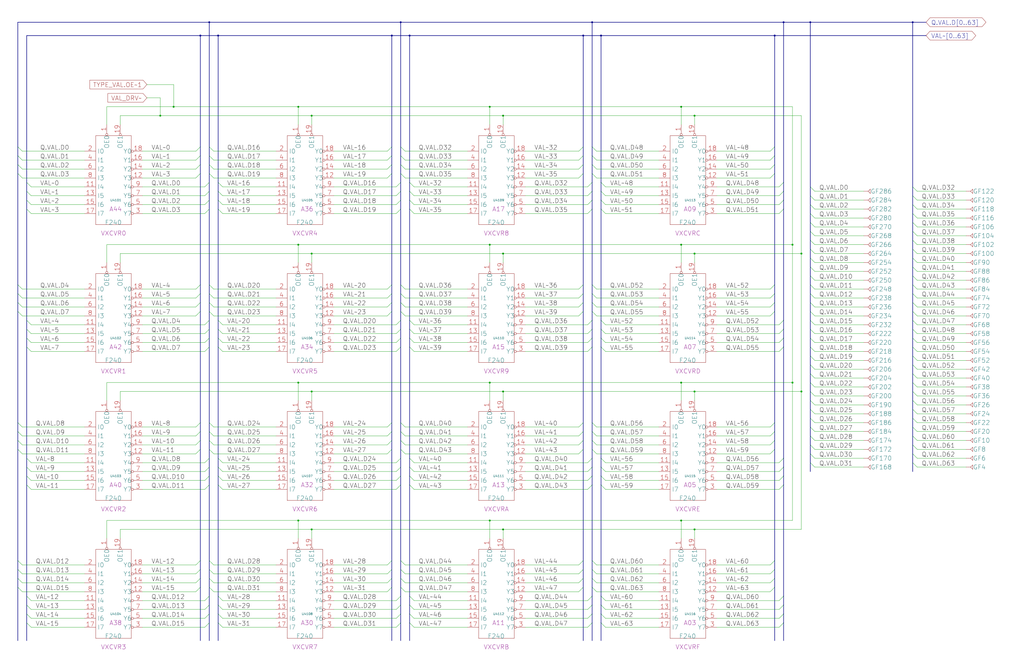
<source format=kicad_sch>
(kicad_sch (version 20211123) (generator eeschema)
  (paper "User" 584.2 378.46)
  (title_block (title "VALUE BUS TRANCEIVERS\\nDATA PORTION") (date "22-MAY-90") (rev "1.0") (comment 1 "SEQUENCER") (comment 2 "232-003064") (comment 3 "S400") (comment 4 "RELEASED"))
  (bus (pts (xy 10.16 12.7) (xy 10.16 83.82)))
  (bus (pts (xy 10.16 162.56) (xy 10.16 167.64)))
  (bus (pts (xy 10.16 167.64) (xy 10.16 172.72)))
  (bus (pts (xy 10.16 172.72) (xy 10.16 177.8)))
  (bus (pts (xy 10.16 177.8) (xy 10.16 241.3)))
  (bus (pts (xy 10.16 241.3) (xy 10.16 246.38)))
  (bus (pts (xy 10.16 246.38) (xy 10.16 251.46)))
  (bus (pts (xy 10.16 251.46) (xy 10.16 256.54)))
  (bus (pts (xy 10.16 256.54) (xy 10.16 320.04)))
  (bus (pts (xy 10.16 320.04) (xy 10.16 325.12)))
  (bus (pts (xy 10.16 325.12) (xy 10.16 330.2)))
  (bus (pts (xy 10.16 330.2) (xy 10.16 335.28)))
  (bus (pts (xy 10.16 335.28) (xy 10.16 365.76)))
  (bus (pts (xy 10.16 83.82) (xy 10.16 88.9)))
  (bus (pts (xy 10.16 88.9) (xy 10.16 93.98)))
  (bus (pts (xy 10.16 93.98) (xy 10.16 99.06)))
  (bus (pts (xy 10.16 99.06) (xy 10.16 162.56)))
  (bus (pts (xy 114.3 162.56) (xy 114.3 167.64)))
  (bus (pts (xy 114.3 167.64) (xy 114.3 172.72)))
  (bus (pts (xy 114.3 172.72) (xy 114.3 177.8)))
  (bus (pts (xy 114.3 177.8) (xy 114.3 241.3)))
  (bus (pts (xy 114.3 20.32) (xy 114.3 83.82)))
  (bus (pts (xy 114.3 20.32) (xy 124.46 20.32)))
  (bus (pts (xy 114.3 241.3) (xy 114.3 246.38)))
  (bus (pts (xy 114.3 246.38) (xy 114.3 251.46)))
  (bus (pts (xy 114.3 251.46) (xy 114.3 256.54)))
  (bus (pts (xy 114.3 256.54) (xy 114.3 320.04)))
  (bus (pts (xy 114.3 320.04) (xy 114.3 325.12)))
  (bus (pts (xy 114.3 325.12) (xy 114.3 330.2)))
  (bus (pts (xy 114.3 330.2) (xy 114.3 335.28)))
  (bus (pts (xy 114.3 335.28) (xy 114.3 365.76)))
  (bus (pts (xy 114.3 83.82) (xy 114.3 88.9)))
  (bus (pts (xy 114.3 88.9) (xy 114.3 93.98)))
  (bus (pts (xy 114.3 93.98) (xy 114.3 99.06)))
  (bus (pts (xy 114.3 99.06) (xy 114.3 162.56)))
  (bus (pts (xy 119.38 104.14) (xy 119.38 109.22)))
  (bus (pts (xy 119.38 109.22) (xy 119.38 114.3)))
  (bus (pts (xy 119.38 114.3) (xy 119.38 119.38)))
  (bus (pts (xy 119.38 119.38) (xy 119.38 162.56)))
  (bus (pts (xy 119.38 12.7) (xy 10.16 12.7)))
  (bus (pts (xy 119.38 12.7) (xy 119.38 83.82)))
  (bus (pts (xy 119.38 162.56) (xy 119.38 167.64)))
  (bus (pts (xy 119.38 167.64) (xy 119.38 172.72)))
  (bus (pts (xy 119.38 172.72) (xy 119.38 177.8)))
  (bus (pts (xy 119.38 177.8) (xy 119.38 182.88)))
  (bus (pts (xy 119.38 182.88) (xy 119.38 187.96)))
  (bus (pts (xy 119.38 187.96) (xy 119.38 193.04)))
  (bus (pts (xy 119.38 193.04) (xy 119.38 198.12)))
  (bus (pts (xy 119.38 198.12) (xy 119.38 241.3)))
  (bus (pts (xy 119.38 241.3) (xy 119.38 246.38)))
  (bus (pts (xy 119.38 246.38) (xy 119.38 251.46)))
  (bus (pts (xy 119.38 251.46) (xy 119.38 256.54)))
  (bus (pts (xy 119.38 256.54) (xy 119.38 261.62)))
  (bus (pts (xy 119.38 261.62) (xy 119.38 266.7)))
  (bus (pts (xy 119.38 266.7) (xy 119.38 271.78)))
  (bus (pts (xy 119.38 271.78) (xy 119.38 276.86)))
  (bus (pts (xy 119.38 276.86) (xy 119.38 320.04)))
  (bus (pts (xy 119.38 320.04) (xy 119.38 325.12)))
  (bus (pts (xy 119.38 325.12) (xy 119.38 330.2)))
  (bus (pts (xy 119.38 330.2) (xy 119.38 335.28)))
  (bus (pts (xy 119.38 335.28) (xy 119.38 340.36)))
  (bus (pts (xy 119.38 340.36) (xy 119.38 345.44)))
  (bus (pts (xy 119.38 345.44) (xy 119.38 350.52)))
  (bus (pts (xy 119.38 350.52) (xy 119.38 355.6)))
  (bus (pts (xy 119.38 355.6) (xy 119.38 365.76)))
  (bus (pts (xy 119.38 83.82) (xy 119.38 88.9)))
  (bus (pts (xy 119.38 88.9) (xy 119.38 93.98)))
  (bus (pts (xy 119.38 93.98) (xy 119.38 99.06)))
  (bus (pts (xy 119.38 99.06) (xy 119.38 104.14)))
  (bus (pts (xy 124.46 104.14) (xy 124.46 109.22)))
  (bus (pts (xy 124.46 109.22) (xy 124.46 114.3)))
  (bus (pts (xy 124.46 114.3) (xy 124.46 119.38)))
  (bus (pts (xy 124.46 119.38) (xy 124.46 182.88)))
  (bus (pts (xy 124.46 182.88) (xy 124.46 187.96)))
  (bus (pts (xy 124.46 187.96) (xy 124.46 193.04)))
  (bus (pts (xy 124.46 193.04) (xy 124.46 198.12)))
  (bus (pts (xy 124.46 198.12) (xy 124.46 261.62)))
  (bus (pts (xy 124.46 20.32) (xy 124.46 104.14)))
  (bus (pts (xy 124.46 20.32) (xy 223.52 20.32)))
  (bus (pts (xy 124.46 261.62) (xy 124.46 266.7)))
  (bus (pts (xy 124.46 266.7) (xy 124.46 271.78)))
  (bus (pts (xy 124.46 271.78) (xy 124.46 276.86)))
  (bus (pts (xy 124.46 276.86) (xy 124.46 340.36)))
  (bus (pts (xy 124.46 340.36) (xy 124.46 345.44)))
  (bus (pts (xy 124.46 345.44) (xy 124.46 350.52)))
  (bus (pts (xy 124.46 350.52) (xy 124.46 355.6)))
  (bus (pts (xy 124.46 355.6) (xy 124.46 365.76)))
  (bus (pts (xy 15.24 104.14) (xy 15.24 109.22)))
  (bus (pts (xy 15.24 109.22) (xy 15.24 114.3)))
  (bus (pts (xy 15.24 114.3) (xy 15.24 119.38)))
  (bus (pts (xy 15.24 119.38) (xy 15.24 182.88)))
  (bus (pts (xy 15.24 182.88) (xy 15.24 187.96)))
  (bus (pts (xy 15.24 187.96) (xy 15.24 193.04)))
  (bus (pts (xy 15.24 193.04) (xy 15.24 198.12)))
  (bus (pts (xy 15.24 198.12) (xy 15.24 261.62)))
  (bus (pts (xy 15.24 20.32) (xy 114.3 20.32)))
  (bus (pts (xy 15.24 20.32) (xy 15.24 104.14)))
  (bus (pts (xy 15.24 261.62) (xy 15.24 266.7)))
  (bus (pts (xy 15.24 266.7) (xy 15.24 271.78)))
  (bus (pts (xy 15.24 271.78) (xy 15.24 276.86)))
  (bus (pts (xy 15.24 276.86) (xy 15.24 340.36)))
  (bus (pts (xy 15.24 340.36) (xy 15.24 345.44)))
  (bus (pts (xy 15.24 345.44) (xy 15.24 350.52)))
  (bus (pts (xy 15.24 350.52) (xy 15.24 355.6)))
  (bus (pts (xy 15.24 355.6) (xy 15.24 365.76)))
  (bus (pts (xy 223.52 162.56) (xy 223.52 167.64)))
  (bus (pts (xy 223.52 167.64) (xy 223.52 172.72)))
  (bus (pts (xy 223.52 172.72) (xy 223.52 177.8)))
  (bus (pts (xy 223.52 177.8) (xy 223.52 241.3)))
  (bus (pts (xy 223.52 20.32) (xy 223.52 83.82)))
  (bus (pts (xy 223.52 20.32) (xy 233.68 20.32)))
  (bus (pts (xy 223.52 241.3) (xy 223.52 246.38)))
  (bus (pts (xy 223.52 246.38) (xy 223.52 251.46)))
  (bus (pts (xy 223.52 251.46) (xy 223.52 256.54)))
  (bus (pts (xy 223.52 256.54) (xy 223.52 320.04)))
  (bus (pts (xy 223.52 320.04) (xy 223.52 325.12)))
  (bus (pts (xy 223.52 325.12) (xy 223.52 330.2)))
  (bus (pts (xy 223.52 330.2) (xy 223.52 335.28)))
  (bus (pts (xy 223.52 335.28) (xy 223.52 365.76)))
  (bus (pts (xy 223.52 83.82) (xy 223.52 88.9)))
  (bus (pts (xy 223.52 88.9) (xy 223.52 93.98)))
  (bus (pts (xy 223.52 93.98) (xy 223.52 99.06)))
  (bus (pts (xy 223.52 99.06) (xy 223.52 162.56)))
  (bus (pts (xy 228.6 104.14) (xy 228.6 109.22)))
  (bus (pts (xy 228.6 109.22) (xy 228.6 114.3)))
  (bus (pts (xy 228.6 114.3) (xy 228.6 119.38)))
  (bus (pts (xy 228.6 119.38) (xy 228.6 162.56)))
  (bus (pts (xy 228.6 12.7) (xy 119.38 12.7)))
  (bus (pts (xy 228.6 12.7) (xy 228.6 83.82)))
  (bus (pts (xy 228.6 162.56) (xy 228.6 167.64)))
  (bus (pts (xy 228.6 167.64) (xy 228.6 172.72)))
  (bus (pts (xy 228.6 172.72) (xy 228.6 177.8)))
  (bus (pts (xy 228.6 177.8) (xy 228.6 182.88)))
  (bus (pts (xy 228.6 182.88) (xy 228.6 187.96)))
  (bus (pts (xy 228.6 187.96) (xy 228.6 193.04)))
  (bus (pts (xy 228.6 193.04) (xy 228.6 198.12)))
  (bus (pts (xy 228.6 198.12) (xy 228.6 241.3)))
  (bus (pts (xy 228.6 241.3) (xy 228.6 246.38)))
  (bus (pts (xy 228.6 246.38) (xy 228.6 251.46)))
  (bus (pts (xy 228.6 251.46) (xy 228.6 256.54)))
  (bus (pts (xy 228.6 256.54) (xy 228.6 261.62)))
  (bus (pts (xy 228.6 261.62) (xy 228.6 266.7)))
  (bus (pts (xy 228.6 266.7) (xy 228.6 271.78)))
  (bus (pts (xy 228.6 271.78) (xy 228.6 276.86)))
  (bus (pts (xy 228.6 276.86) (xy 228.6 320.04)))
  (bus (pts (xy 228.6 320.04) (xy 228.6 325.12)))
  (bus (pts (xy 228.6 325.12) (xy 228.6 330.2)))
  (bus (pts (xy 228.6 330.2) (xy 228.6 335.28)))
  (bus (pts (xy 228.6 335.28) (xy 228.6 340.36)))
  (bus (pts (xy 228.6 340.36) (xy 228.6 345.44)))
  (bus (pts (xy 228.6 345.44) (xy 228.6 350.52)))
  (bus (pts (xy 228.6 350.52) (xy 228.6 355.6)))
  (bus (pts (xy 228.6 355.6) (xy 228.6 365.76)))
  (bus (pts (xy 228.6 83.82) (xy 228.6 88.9)))
  (bus (pts (xy 228.6 88.9) (xy 228.6 93.98)))
  (bus (pts (xy 228.6 93.98) (xy 228.6 99.06)))
  (bus (pts (xy 228.6 99.06) (xy 228.6 104.14)))
  (bus (pts (xy 233.68 104.14) (xy 233.68 109.22)))
  (bus (pts (xy 233.68 109.22) (xy 233.68 114.3)))
  (bus (pts (xy 233.68 114.3) (xy 233.68 119.38)))
  (bus (pts (xy 233.68 119.38) (xy 233.68 182.88)))
  (bus (pts (xy 233.68 182.88) (xy 233.68 187.96)))
  (bus (pts (xy 233.68 187.96) (xy 233.68 193.04)))
  (bus (pts (xy 233.68 193.04) (xy 233.68 198.12)))
  (bus (pts (xy 233.68 198.12) (xy 233.68 261.62)))
  (bus (pts (xy 233.68 20.32) (xy 233.68 104.14)))
  (bus (pts (xy 233.68 20.32) (xy 332.74 20.32)))
  (bus (pts (xy 233.68 261.62) (xy 233.68 266.7)))
  (bus (pts (xy 233.68 266.7) (xy 233.68 271.78)))
  (bus (pts (xy 233.68 271.78) (xy 233.68 276.86)))
  (bus (pts (xy 233.68 276.86) (xy 233.68 340.36)))
  (bus (pts (xy 233.68 340.36) (xy 233.68 345.44)))
  (bus (pts (xy 233.68 345.44) (xy 233.68 350.52)))
  (bus (pts (xy 233.68 350.52) (xy 233.68 355.6)))
  (bus (pts (xy 233.68 355.6) (xy 233.68 365.76)))
  (bus (pts (xy 332.74 162.56) (xy 332.74 167.64)))
  (bus (pts (xy 332.74 167.64) (xy 332.74 172.72)))
  (bus (pts (xy 332.74 172.72) (xy 332.74 177.8)))
  (bus (pts (xy 332.74 177.8) (xy 332.74 241.3)))
  (bus (pts (xy 332.74 20.32) (xy 332.74 83.82)))
  (bus (pts (xy 332.74 20.32) (xy 342.9 20.32)))
  (bus (pts (xy 332.74 241.3) (xy 332.74 246.38)))
  (bus (pts (xy 332.74 246.38) (xy 332.74 251.46)))
  (bus (pts (xy 332.74 251.46) (xy 332.74 256.54)))
  (bus (pts (xy 332.74 256.54) (xy 332.74 320.04)))
  (bus (pts (xy 332.74 320.04) (xy 332.74 325.12)))
  (bus (pts (xy 332.74 325.12) (xy 332.74 330.2)))
  (bus (pts (xy 332.74 330.2) (xy 332.74 335.28)))
  (bus (pts (xy 332.74 335.28) (xy 332.74 365.76)))
  (bus (pts (xy 332.74 83.82) (xy 332.74 88.9)))
  (bus (pts (xy 332.74 88.9) (xy 332.74 93.98)))
  (bus (pts (xy 332.74 93.98) (xy 332.74 99.06)))
  (bus (pts (xy 332.74 99.06) (xy 332.74 162.56)))
  (bus (pts (xy 337.82 104.14) (xy 337.82 109.22)))
  (bus (pts (xy 337.82 109.22) (xy 337.82 114.3)))
  (bus (pts (xy 337.82 114.3) (xy 337.82 119.38)))
  (bus (pts (xy 337.82 119.38) (xy 337.82 162.56)))
  (bus (pts (xy 337.82 12.7) (xy 228.6 12.7)))
  (bus (pts (xy 337.82 12.7) (xy 337.82 83.82)))
  (bus (pts (xy 337.82 162.56) (xy 337.82 167.64)))
  (bus (pts (xy 337.82 167.64) (xy 337.82 172.72)))
  (bus (pts (xy 337.82 172.72) (xy 337.82 177.8)))
  (bus (pts (xy 337.82 177.8) (xy 337.82 182.88)))
  (bus (pts (xy 337.82 182.88) (xy 337.82 187.96)))
  (bus (pts (xy 337.82 187.96) (xy 337.82 193.04)))
  (bus (pts (xy 337.82 193.04) (xy 337.82 198.12)))
  (bus (pts (xy 337.82 198.12) (xy 337.82 241.3)))
  (bus (pts (xy 337.82 241.3) (xy 337.82 246.38)))
  (bus (pts (xy 337.82 246.38) (xy 337.82 251.46)))
  (bus (pts (xy 337.82 251.46) (xy 337.82 256.54)))
  (bus (pts (xy 337.82 256.54) (xy 337.82 261.62)))
  (bus (pts (xy 337.82 261.62) (xy 337.82 266.7)))
  (bus (pts (xy 337.82 266.7) (xy 337.82 271.78)))
  (bus (pts (xy 337.82 271.78) (xy 337.82 276.86)))
  (bus (pts (xy 337.82 276.86) (xy 337.82 320.04)))
  (bus (pts (xy 337.82 320.04) (xy 337.82 325.12)))
  (bus (pts (xy 337.82 325.12) (xy 337.82 330.2)))
  (bus (pts (xy 337.82 330.2) (xy 337.82 335.28)))
  (bus (pts (xy 337.82 335.28) (xy 337.82 340.36)))
  (bus (pts (xy 337.82 340.36) (xy 337.82 345.44)))
  (bus (pts (xy 337.82 345.44) (xy 337.82 350.52)))
  (bus (pts (xy 337.82 350.52) (xy 337.82 355.6)))
  (bus (pts (xy 337.82 355.6) (xy 337.82 365.76)))
  (bus (pts (xy 337.82 83.82) (xy 337.82 88.9)))
  (bus (pts (xy 337.82 88.9) (xy 337.82 93.98)))
  (bus (pts (xy 337.82 93.98) (xy 337.82 99.06)))
  (bus (pts (xy 337.82 99.06) (xy 337.82 104.14)))
  (bus (pts (xy 342.9 104.14) (xy 342.9 109.22)))
  (bus (pts (xy 342.9 109.22) (xy 342.9 114.3)))
  (bus (pts (xy 342.9 114.3) (xy 342.9 119.38)))
  (bus (pts (xy 342.9 119.38) (xy 342.9 182.88)))
  (bus (pts (xy 342.9 182.88) (xy 342.9 187.96)))
  (bus (pts (xy 342.9 187.96) (xy 342.9 193.04)))
  (bus (pts (xy 342.9 193.04) (xy 342.9 198.12)))
  (bus (pts (xy 342.9 198.12) (xy 342.9 261.62)))
  (bus (pts (xy 342.9 20.32) (xy 342.9 104.14)))
  (bus (pts (xy 342.9 20.32) (xy 441.96 20.32)))
  (bus (pts (xy 342.9 261.62) (xy 342.9 266.7)))
  (bus (pts (xy 342.9 266.7) (xy 342.9 271.78)))
  (bus (pts (xy 342.9 271.78) (xy 342.9 276.86)))
  (bus (pts (xy 342.9 276.86) (xy 342.9 340.36)))
  (bus (pts (xy 342.9 340.36) (xy 342.9 345.44)))
  (bus (pts (xy 342.9 345.44) (xy 342.9 350.52)))
  (bus (pts (xy 342.9 350.52) (xy 342.9 355.6)))
  (bus (pts (xy 342.9 355.6) (xy 342.9 365.76)))
  (bus (pts (xy 441.96 162.56) (xy 441.96 167.64)))
  (bus (pts (xy 441.96 167.64) (xy 441.96 172.72)))
  (bus (pts (xy 441.96 172.72) (xy 441.96 177.8)))
  (bus (pts (xy 441.96 177.8) (xy 441.96 241.3)))
  (bus (pts (xy 441.96 20.32) (xy 441.96 83.82)))
  (bus (pts (xy 441.96 20.32) (xy 528.32 20.32)))
  (bus (pts (xy 441.96 241.3) (xy 441.96 246.38)))
  (bus (pts (xy 441.96 246.38) (xy 441.96 251.46)))
  (bus (pts (xy 441.96 251.46) (xy 441.96 256.54)))
  (bus (pts (xy 441.96 256.54) (xy 441.96 320.04)))
  (bus (pts (xy 441.96 320.04) (xy 441.96 325.12)))
  (bus (pts (xy 441.96 325.12) (xy 441.96 330.2)))
  (bus (pts (xy 441.96 330.2) (xy 441.96 335.28)))
  (bus (pts (xy 441.96 335.28) (xy 441.96 365.76)))
  (bus (pts (xy 441.96 83.82) (xy 441.96 88.9)))
  (bus (pts (xy 441.96 88.9) (xy 441.96 93.98)))
  (bus (pts (xy 441.96 93.98) (xy 441.96 99.06)))
  (bus (pts (xy 441.96 99.06) (xy 441.96 162.56)))
  (bus (pts (xy 447.04 104.14) (xy 447.04 109.22)))
  (bus (pts (xy 447.04 109.22) (xy 447.04 114.3)))
  (bus (pts (xy 447.04 114.3) (xy 447.04 119.38)))
  (bus (pts (xy 447.04 119.38) (xy 447.04 182.88)))
  (bus (pts (xy 447.04 12.7) (xy 337.82 12.7)))
  (bus (pts (xy 447.04 12.7) (xy 447.04 104.14)))
  (bus (pts (xy 447.04 182.88) (xy 447.04 187.96)))
  (bus (pts (xy 447.04 187.96) (xy 447.04 193.04)))
  (bus (pts (xy 447.04 193.04) (xy 447.04 198.12)))
  (bus (pts (xy 447.04 198.12) (xy 447.04 261.62)))
  (bus (pts (xy 447.04 261.62) (xy 447.04 266.7)))
  (bus (pts (xy 447.04 266.7) (xy 447.04 271.78)))
  (bus (pts (xy 447.04 271.78) (xy 447.04 276.86)))
  (bus (pts (xy 447.04 276.86) (xy 447.04 340.36)))
  (bus (pts (xy 447.04 340.36) (xy 447.04 345.44)))
  (bus (pts (xy 447.04 345.44) (xy 447.04 350.52)))
  (bus (pts (xy 447.04 350.52) (xy 447.04 355.6)))
  (bus (pts (xy 447.04 355.6) (xy 447.04 365.76)))
  (bus (pts (xy 462.28 106.68) (xy 462.28 111.76)))
  (bus (pts (xy 462.28 111.76) (xy 462.28 116.84)))
  (bus (pts (xy 462.28 116.84) (xy 462.28 121.92)))
  (bus (pts (xy 462.28 12.7) (xy 447.04 12.7)))
  (bus (pts (xy 462.28 12.7) (xy 462.28 106.68)))
  (bus (pts (xy 462.28 121.92) (xy 462.28 127)))
  (bus (pts (xy 462.28 127) (xy 462.28 132.08)))
  (bus (pts (xy 462.28 132.08) (xy 462.28 137.16)))
  (bus (pts (xy 462.28 137.16) (xy 462.28 142.24)))
  (bus (pts (xy 462.28 142.24) (xy 462.28 147.32)))
  (bus (pts (xy 462.28 147.32) (xy 462.28 152.4)))
  (bus (pts (xy 462.28 152.4) (xy 462.28 157.48)))
  (bus (pts (xy 462.28 157.48) (xy 462.28 162.56)))
  (bus (pts (xy 462.28 162.56) (xy 462.28 167.64)))
  (bus (pts (xy 462.28 167.64) (xy 462.28 172.72)))
  (bus (pts (xy 462.28 172.72) (xy 462.28 177.8)))
  (bus (pts (xy 462.28 177.8) (xy 462.28 182.88)))
  (bus (pts (xy 462.28 182.88) (xy 462.28 187.96)))
  (bus (pts (xy 462.28 187.96) (xy 462.28 193.04)))
  (bus (pts (xy 462.28 193.04) (xy 462.28 198.12)))
  (bus (pts (xy 462.28 198.12) (xy 462.28 203.2)))
  (bus (pts (xy 462.28 203.2) (xy 462.28 208.28)))
  (bus (pts (xy 462.28 208.28) (xy 462.28 213.36)))
  (bus (pts (xy 462.28 213.36) (xy 462.28 218.44)))
  (bus (pts (xy 462.28 218.44) (xy 462.28 223.52)))
  (bus (pts (xy 462.28 223.52) (xy 462.28 228.6)))
  (bus (pts (xy 462.28 228.6) (xy 462.28 233.68)))
  (bus (pts (xy 462.28 233.68) (xy 462.28 238.76)))
  (bus (pts (xy 462.28 238.76) (xy 462.28 243.84)))
  (bus (pts (xy 462.28 243.84) (xy 462.28 248.92)))
  (bus (pts (xy 462.28 248.92) (xy 462.28 254)))
  (bus (pts (xy 462.28 254) (xy 462.28 259.08)))
  (bus (pts (xy 462.28 259.08) (xy 462.28 264.16)))
  (bus (pts (xy 462.28 264.16) (xy 462.28 269.24)))
  (bus (pts (xy 520.7 106.68) (xy 520.7 111.76)))
  (bus (pts (xy 520.7 111.76) (xy 520.7 116.84)))
  (bus (pts (xy 520.7 116.84) (xy 520.7 121.92)))
  (bus (pts (xy 520.7 12.7) (xy 462.28 12.7)))
  (bus (pts (xy 520.7 12.7) (xy 520.7 106.68)))
  (bus (pts (xy 520.7 121.92) (xy 520.7 127)))
  (bus (pts (xy 520.7 127) (xy 520.7 132.08)))
  (bus (pts (xy 520.7 132.08) (xy 520.7 137.16)))
  (bus (pts (xy 520.7 137.16) (xy 520.7 142.24)))
  (bus (pts (xy 520.7 142.24) (xy 520.7 147.32)))
  (bus (pts (xy 520.7 147.32) (xy 520.7 152.4)))
  (bus (pts (xy 520.7 152.4) (xy 520.7 157.48)))
  (bus (pts (xy 520.7 157.48) (xy 520.7 162.56)))
  (bus (pts (xy 520.7 162.56) (xy 520.7 167.64)))
  (bus (pts (xy 520.7 167.64) (xy 520.7 172.72)))
  (bus (pts (xy 520.7 172.72) (xy 520.7 177.8)))
  (bus (pts (xy 520.7 177.8) (xy 520.7 182.88)))
  (bus (pts (xy 520.7 182.88) (xy 520.7 187.96)))
  (bus (pts (xy 520.7 187.96) (xy 520.7 193.04)))
  (bus (pts (xy 520.7 193.04) (xy 520.7 198.12)))
  (bus (pts (xy 520.7 198.12) (xy 520.7 203.2)))
  (bus (pts (xy 520.7 203.2) (xy 520.7 208.28)))
  (bus (pts (xy 520.7 208.28) (xy 520.7 213.36)))
  (bus (pts (xy 520.7 213.36) (xy 520.7 218.44)))
  (bus (pts (xy 520.7 218.44) (xy 520.7 223.52)))
  (bus (pts (xy 520.7 223.52) (xy 520.7 228.6)))
  (bus (pts (xy 520.7 228.6) (xy 520.7 233.68)))
  (bus (pts (xy 520.7 233.68) (xy 520.7 238.76)))
  (bus (pts (xy 520.7 238.76) (xy 520.7 243.84)))
  (bus (pts (xy 520.7 243.84) (xy 520.7 248.92)))
  (bus (pts (xy 520.7 248.92) (xy 520.7 254)))
  (bus (pts (xy 520.7 254) (xy 520.7 259.08)))
  (bus (pts (xy 520.7 259.08) (xy 520.7 264.16)))
  (bus (pts (xy 520.7 264.16) (xy 520.7 269.24)))
  (bus (pts (xy 528.32 12.7) (xy 520.7 12.7)))
  (wire (pts (xy 12.7 101.6) (xy 48.26 101.6)))
  (wire (pts (xy 12.7 165.1) (xy 48.26 165.1)))
  (wire (pts (xy 12.7 170.18) (xy 48.26 170.18)))
  (wire (pts (xy 12.7 175.26) (xy 48.26 175.26)))
  (wire (pts (xy 12.7 180.34) (xy 48.26 180.34)))
  (wire (pts (xy 12.7 243.84) (xy 48.26 243.84)))
  (wire (pts (xy 12.7 248.92) (xy 48.26 248.92)))
  (wire (pts (xy 12.7 254) (xy 48.26 254)))
  (wire (pts (xy 12.7 259.08) (xy 48.26 259.08)))
  (wire (pts (xy 12.7 322.58) (xy 48.26 322.58)))
  (wire (pts (xy 12.7 327.66) (xy 48.26 327.66)))
  (wire (pts (xy 12.7 332.74) (xy 48.26 332.74)))
  (wire (pts (xy 12.7 337.82) (xy 48.26 337.82)))
  (wire (pts (xy 12.7 86.36) (xy 48.26 86.36)))
  (wire (pts (xy 12.7 91.44) (xy 48.26 91.44)))
  (wire (pts (xy 12.7 96.52) (xy 48.26 96.52)))
  (wire (pts (xy 121.92 101.6) (xy 157.48 101.6)))
  (wire (pts (xy 121.92 165.1) (xy 157.48 165.1)))
  (wire (pts (xy 121.92 170.18) (xy 157.48 170.18)))
  (wire (pts (xy 121.92 175.26) (xy 157.48 175.26)))
  (wire (pts (xy 121.92 180.34) (xy 157.48 180.34)))
  (wire (pts (xy 121.92 243.84) (xy 157.48 243.84)))
  (wire (pts (xy 121.92 248.92) (xy 157.48 248.92)))
  (wire (pts (xy 121.92 254) (xy 157.48 254)))
  (wire (pts (xy 121.92 259.08) (xy 157.48 259.08)))
  (wire (pts (xy 121.92 322.58) (xy 157.48 322.58)))
  (wire (pts (xy 121.92 327.66) (xy 157.48 327.66)))
  (wire (pts (xy 121.92 332.74) (xy 157.48 332.74)))
  (wire (pts (xy 121.92 337.82) (xy 157.48 337.82)))
  (wire (pts (xy 121.92 86.36) (xy 157.48 86.36)))
  (wire (pts (xy 121.92 91.44) (xy 157.48 91.44)))
  (wire (pts (xy 121.92 96.52) (xy 157.48 96.52)))
  (wire (pts (xy 127 106.68) (xy 157.48 106.68)))
  (wire (pts (xy 127 111.76) (xy 157.48 111.76)))
  (wire (pts (xy 127 116.84) (xy 157.48 116.84)))
  (wire (pts (xy 127 121.92) (xy 157.48 121.92)))
  (wire (pts (xy 127 185.42) (xy 157.48 185.42)))
  (wire (pts (xy 127 190.5) (xy 157.48 190.5)))
  (wire (pts (xy 127 195.58) (xy 157.48 195.58)))
  (wire (pts (xy 127 200.66) (xy 157.48 200.66)))
  (wire (pts (xy 127 264.16) (xy 157.48 264.16)))
  (wire (pts (xy 127 269.24) (xy 157.48 269.24)))
  (wire (pts (xy 127 274.32) (xy 157.48 274.32)))
  (wire (pts (xy 127 279.4) (xy 157.48 279.4)))
  (wire (pts (xy 127 342.9) (xy 157.48 342.9)))
  (wire (pts (xy 127 347.98) (xy 157.48 347.98)))
  (wire (pts (xy 127 353.06) (xy 157.48 353.06)))
  (wire (pts (xy 127 358.14) (xy 157.48 358.14)))
  (wire (pts (xy 17.78 106.68) (xy 48.26 106.68)))
  (wire (pts (xy 17.78 111.76) (xy 48.26 111.76)))
  (wire (pts (xy 17.78 116.84) (xy 48.26 116.84)))
  (wire (pts (xy 17.78 121.92) (xy 48.26 121.92)))
  (wire (pts (xy 17.78 185.42) (xy 48.26 185.42)))
  (wire (pts (xy 17.78 190.5) (xy 48.26 190.5)))
  (wire (pts (xy 17.78 195.58) (xy 48.26 195.58)))
  (wire (pts (xy 17.78 200.66) (xy 48.26 200.66)))
  (wire (pts (xy 17.78 264.16) (xy 48.26 264.16)))
  (wire (pts (xy 17.78 269.24) (xy 48.26 269.24)))
  (wire (pts (xy 17.78 274.32) (xy 48.26 274.32)))
  (wire (pts (xy 17.78 279.4) (xy 48.26 279.4)))
  (wire (pts (xy 17.78 342.9) (xy 48.26 342.9)))
  (wire (pts (xy 17.78 347.98) (xy 48.26 347.98)))
  (wire (pts (xy 17.78 353.06) (xy 48.26 353.06)))
  (wire (pts (xy 17.78 358.14) (xy 48.26 358.14)))
  (wire (pts (xy 170.18 139.7) (xy 170.18 149.86)))
  (wire (pts (xy 170.18 139.7) (xy 279.4 139.7)))
  (wire (pts (xy 170.18 218.44) (xy 170.18 228.6)))
  (wire (pts (xy 170.18 218.44) (xy 279.4 218.44)))
  (wire (pts (xy 170.18 297.18) (xy 170.18 307.34)))
  (wire (pts (xy 170.18 297.18) (xy 279.4 297.18)))
  (wire (pts (xy 170.18 60.96) (xy 170.18 71.12)))
  (wire (pts (xy 170.18 60.96) (xy 279.4 60.96)))
  (wire (pts (xy 177.8 144.78) (xy 177.8 149.86)))
  (wire (pts (xy 177.8 144.78) (xy 287.02 144.78)))
  (wire (pts (xy 177.8 223.52) (xy 177.8 228.6)))
  (wire (pts (xy 177.8 223.52) (xy 287.02 223.52)))
  (wire (pts (xy 177.8 302.26) (xy 177.8 307.34)))
  (wire (pts (xy 177.8 302.26) (xy 287.02 302.26)))
  (wire (pts (xy 177.8 66.04) (xy 177.8 71.12)))
  (wire (pts (xy 177.8 66.04) (xy 287.02 66.04)))
  (wire (pts (xy 190.5 101.6) (xy 220.98 101.6)))
  (wire (pts (xy 190.5 106.68) (xy 226.06 106.68)))
  (wire (pts (xy 190.5 111.76) (xy 226.06 111.76)))
  (wire (pts (xy 190.5 116.84) (xy 226.06 116.84)))
  (wire (pts (xy 190.5 121.92) (xy 226.06 121.92)))
  (wire (pts (xy 190.5 165.1) (xy 220.98 165.1)))
  (wire (pts (xy 190.5 170.18) (xy 220.98 170.18)))
  (wire (pts (xy 190.5 175.26) (xy 220.98 175.26)))
  (wire (pts (xy 190.5 180.34) (xy 220.98 180.34)))
  (wire (pts (xy 190.5 185.42) (xy 226.06 185.42)))
  (wire (pts (xy 190.5 190.5) (xy 226.06 190.5)))
  (wire (pts (xy 190.5 195.58) (xy 226.06 195.58)))
  (wire (pts (xy 190.5 200.66) (xy 226.06 200.66)))
  (wire (pts (xy 190.5 243.84) (xy 220.98 243.84)))
  (wire (pts (xy 190.5 248.92) (xy 220.98 248.92)))
  (wire (pts (xy 190.5 254) (xy 220.98 254)))
  (wire (pts (xy 190.5 259.08) (xy 220.98 259.08)))
  (wire (pts (xy 190.5 264.16) (xy 226.06 264.16)))
  (wire (pts (xy 190.5 269.24) (xy 226.06 269.24)))
  (wire (pts (xy 190.5 274.32) (xy 226.06 274.32)))
  (wire (pts (xy 190.5 279.4) (xy 226.06 279.4)))
  (wire (pts (xy 190.5 322.58) (xy 220.98 322.58)))
  (wire (pts (xy 190.5 327.66) (xy 220.98 327.66)))
  (wire (pts (xy 190.5 332.74) (xy 220.98 332.74)))
  (wire (pts (xy 190.5 337.82) (xy 220.98 337.82)))
  (wire (pts (xy 190.5 342.9) (xy 226.06 342.9)))
  (wire (pts (xy 190.5 347.98) (xy 226.06 347.98)))
  (wire (pts (xy 190.5 353.06) (xy 226.06 353.06)))
  (wire (pts (xy 190.5 358.14) (xy 226.06 358.14)))
  (wire (pts (xy 190.5 86.36) (xy 220.98 86.36)))
  (wire (pts (xy 190.5 91.44) (xy 220.98 91.44)))
  (wire (pts (xy 190.5 96.52) (xy 220.98 96.52)))
  (wire (pts (xy 231.14 101.6) (xy 266.7 101.6)))
  (wire (pts (xy 231.14 165.1) (xy 266.7 165.1)))
  (wire (pts (xy 231.14 170.18) (xy 266.7 170.18)))
  (wire (pts (xy 231.14 175.26) (xy 266.7 175.26)))
  (wire (pts (xy 231.14 180.34) (xy 266.7 180.34)))
  (wire (pts (xy 231.14 243.84) (xy 266.7 243.84)))
  (wire (pts (xy 231.14 248.92) (xy 266.7 248.92)))
  (wire (pts (xy 231.14 254) (xy 266.7 254)))
  (wire (pts (xy 231.14 259.08) (xy 266.7 259.08)))
  (wire (pts (xy 231.14 322.58) (xy 266.7 322.58)))
  (wire (pts (xy 231.14 327.66) (xy 266.7 327.66)))
  (wire (pts (xy 231.14 332.74) (xy 266.7 332.74)))
  (wire (pts (xy 231.14 337.82) (xy 266.7 337.82)))
  (wire (pts (xy 231.14 86.36) (xy 266.7 86.36)))
  (wire (pts (xy 231.14 91.44) (xy 266.7 91.44)))
  (wire (pts (xy 231.14 96.52) (xy 266.7 96.52)))
  (wire (pts (xy 236.22 106.68) (xy 266.7 106.68)))
  (wire (pts (xy 236.22 111.76) (xy 266.7 111.76)))
  (wire (pts (xy 236.22 116.84) (xy 266.7 116.84)))
  (wire (pts (xy 236.22 121.92) (xy 266.7 121.92)))
  (wire (pts (xy 236.22 185.42) (xy 266.7 185.42)))
  (wire (pts (xy 236.22 190.5) (xy 266.7 190.5)))
  (wire (pts (xy 236.22 195.58) (xy 266.7 195.58)))
  (wire (pts (xy 236.22 200.66) (xy 266.7 200.66)))
  (wire (pts (xy 236.22 264.16) (xy 266.7 264.16)))
  (wire (pts (xy 236.22 269.24) (xy 266.7 269.24)))
  (wire (pts (xy 236.22 274.32) (xy 266.7 274.32)))
  (wire (pts (xy 236.22 279.4) (xy 266.7 279.4)))
  (wire (pts (xy 236.22 342.9) (xy 266.7 342.9)))
  (wire (pts (xy 236.22 347.98) (xy 266.7 347.98)))
  (wire (pts (xy 236.22 353.06) (xy 266.7 353.06)))
  (wire (pts (xy 236.22 358.14) (xy 266.7 358.14)))
  (wire (pts (xy 279.4 139.7) (xy 279.4 149.86)))
  (wire (pts (xy 279.4 139.7) (xy 388.62 139.7)))
  (wire (pts (xy 279.4 218.44) (xy 279.4 228.6)))
  (wire (pts (xy 279.4 218.44) (xy 388.62 218.44)))
  (wire (pts (xy 279.4 297.18) (xy 279.4 307.34)))
  (wire (pts (xy 279.4 297.18) (xy 388.62 297.18)))
  (wire (pts (xy 279.4 60.96) (xy 279.4 71.12)))
  (wire (pts (xy 279.4 60.96) (xy 388.62 60.96)))
  (wire (pts (xy 287.02 144.78) (xy 287.02 149.86)))
  (wire (pts (xy 287.02 144.78) (xy 396.24 144.78)))
  (wire (pts (xy 287.02 223.52) (xy 287.02 228.6)))
  (wire (pts (xy 287.02 223.52) (xy 396.24 223.52)))
  (wire (pts (xy 287.02 302.26) (xy 287.02 307.34)))
  (wire (pts (xy 287.02 302.26) (xy 396.24 302.26)))
  (wire (pts (xy 287.02 66.04) (xy 287.02 71.12)))
  (wire (pts (xy 287.02 66.04) (xy 396.24 66.04)))
  (wire (pts (xy 299.72 101.6) (xy 330.2 101.6)))
  (wire (pts (xy 299.72 106.68) (xy 335.28 106.68)))
  (wire (pts (xy 299.72 111.76) (xy 335.28 111.76)))
  (wire (pts (xy 299.72 116.84) (xy 335.28 116.84)))
  (wire (pts (xy 299.72 121.92) (xy 335.28 121.92)))
  (wire (pts (xy 299.72 165.1) (xy 330.2 165.1)))
  (wire (pts (xy 299.72 170.18) (xy 330.2 170.18)))
  (wire (pts (xy 299.72 175.26) (xy 330.2 175.26)))
  (wire (pts (xy 299.72 180.34) (xy 330.2 180.34)))
  (wire (pts (xy 299.72 185.42) (xy 335.28 185.42)))
  (wire (pts (xy 299.72 190.5) (xy 335.28 190.5)))
  (wire (pts (xy 299.72 195.58) (xy 335.28 195.58)))
  (wire (pts (xy 299.72 200.66) (xy 335.28 200.66)))
  (wire (pts (xy 299.72 243.84) (xy 330.2 243.84)))
  (wire (pts (xy 299.72 248.92) (xy 330.2 248.92)))
  (wire (pts (xy 299.72 254) (xy 330.2 254)))
  (wire (pts (xy 299.72 259.08) (xy 330.2 259.08)))
  (wire (pts (xy 299.72 264.16) (xy 335.28 264.16)))
  (wire (pts (xy 299.72 269.24) (xy 335.28 269.24)))
  (wire (pts (xy 299.72 274.32) (xy 335.28 274.32)))
  (wire (pts (xy 299.72 279.4) (xy 335.28 279.4)))
  (wire (pts (xy 299.72 322.58) (xy 330.2 322.58)))
  (wire (pts (xy 299.72 327.66) (xy 330.2 327.66)))
  (wire (pts (xy 299.72 332.74) (xy 330.2 332.74)))
  (wire (pts (xy 299.72 337.82) (xy 330.2 337.82)))
  (wire (pts (xy 299.72 342.9) (xy 335.28 342.9)))
  (wire (pts (xy 299.72 347.98) (xy 335.28 347.98)))
  (wire (pts (xy 299.72 353.06) (xy 335.28 353.06)))
  (wire (pts (xy 299.72 358.14) (xy 335.28 358.14)))
  (wire (pts (xy 299.72 86.36) (xy 330.2 86.36)))
  (wire (pts (xy 299.72 91.44) (xy 330.2 91.44)))
  (wire (pts (xy 299.72 96.52) (xy 330.2 96.52)))
  (wire (pts (xy 340.36 101.6) (xy 375.92 101.6)))
  (wire (pts (xy 340.36 165.1) (xy 375.92 165.1)))
  (wire (pts (xy 340.36 170.18) (xy 375.92 170.18)))
  (wire (pts (xy 340.36 175.26) (xy 375.92 175.26)))
  (wire (pts (xy 340.36 180.34) (xy 375.92 180.34)))
  (wire (pts (xy 340.36 243.84) (xy 375.92 243.84)))
  (wire (pts (xy 340.36 248.92) (xy 375.92 248.92)))
  (wire (pts (xy 340.36 254) (xy 375.92 254)))
  (wire (pts (xy 340.36 259.08) (xy 375.92 259.08)))
  (wire (pts (xy 340.36 322.58) (xy 375.92 322.58)))
  (wire (pts (xy 340.36 327.66) (xy 375.92 327.66)))
  (wire (pts (xy 340.36 332.74) (xy 375.92 332.74)))
  (wire (pts (xy 340.36 337.82) (xy 375.92 337.82)))
  (wire (pts (xy 340.36 86.36) (xy 375.92 86.36)))
  (wire (pts (xy 340.36 91.44) (xy 375.92 91.44)))
  (wire (pts (xy 340.36 96.52) (xy 375.92 96.52)))
  (wire (pts (xy 345.44 106.68) (xy 375.92 106.68)))
  (wire (pts (xy 345.44 111.76) (xy 375.92 111.76)))
  (wire (pts (xy 345.44 116.84) (xy 375.92 116.84)))
  (wire (pts (xy 345.44 121.92) (xy 375.92 121.92)))
  (wire (pts (xy 345.44 185.42) (xy 375.92 185.42)))
  (wire (pts (xy 345.44 190.5) (xy 375.92 190.5)))
  (wire (pts (xy 345.44 195.58) (xy 375.92 195.58)))
  (wire (pts (xy 345.44 200.66) (xy 375.92 200.66)))
  (wire (pts (xy 345.44 264.16) (xy 375.92 264.16)))
  (wire (pts (xy 345.44 269.24) (xy 375.92 269.24)))
  (wire (pts (xy 345.44 274.32) (xy 375.92 274.32)))
  (wire (pts (xy 345.44 279.4) (xy 375.92 279.4)))
  (wire (pts (xy 345.44 342.9) (xy 375.92 342.9)))
  (wire (pts (xy 345.44 347.98) (xy 375.92 347.98)))
  (wire (pts (xy 345.44 353.06) (xy 375.92 353.06)))
  (wire (pts (xy 345.44 358.14) (xy 375.92 358.14)))
  (wire (pts (xy 388.62 139.7) (xy 388.62 149.86)))
  (wire (pts (xy 388.62 139.7) (xy 452.12 139.7)))
  (wire (pts (xy 388.62 218.44) (xy 388.62 228.6)))
  (wire (pts (xy 388.62 218.44) (xy 452.12 218.44)))
  (wire (pts (xy 388.62 297.18) (xy 388.62 307.34)))
  (wire (pts (xy 388.62 297.18) (xy 452.12 297.18)))
  (wire (pts (xy 388.62 60.96) (xy 388.62 71.12)))
  (wire (pts (xy 388.62 60.96) (xy 452.12 60.96)))
  (wire (pts (xy 396.24 144.78) (xy 396.24 149.86)))
  (wire (pts (xy 396.24 144.78) (xy 457.2 144.78)))
  (wire (pts (xy 396.24 223.52) (xy 396.24 228.6)))
  (wire (pts (xy 396.24 223.52) (xy 457.2 223.52)))
  (wire (pts (xy 396.24 302.26) (xy 396.24 307.34)))
  (wire (pts (xy 396.24 302.26) (xy 457.2 302.26)))
  (wire (pts (xy 396.24 66.04) (xy 396.24 71.12)))
  (wire (pts (xy 396.24 66.04) (xy 457.2 66.04)))
  (wire (pts (xy 408.94 101.6) (xy 439.42 101.6)))
  (wire (pts (xy 408.94 106.68) (xy 444.5 106.68)))
  (wire (pts (xy 408.94 111.76) (xy 444.5 111.76)))
  (wire (pts (xy 408.94 116.84) (xy 444.5 116.84)))
  (wire (pts (xy 408.94 121.92) (xy 444.5 121.92)))
  (wire (pts (xy 408.94 165.1) (xy 439.42 165.1)))
  (wire (pts (xy 408.94 170.18) (xy 439.42 170.18)))
  (wire (pts (xy 408.94 175.26) (xy 439.42 175.26)))
  (wire (pts (xy 408.94 180.34) (xy 439.42 180.34)))
  (wire (pts (xy 408.94 185.42) (xy 444.5 185.42)))
  (wire (pts (xy 408.94 190.5) (xy 444.5 190.5)))
  (wire (pts (xy 408.94 195.58) (xy 444.5 195.58)))
  (wire (pts (xy 408.94 200.66) (xy 444.5 200.66)))
  (wire (pts (xy 408.94 243.84) (xy 439.42 243.84)))
  (wire (pts (xy 408.94 248.92) (xy 439.42 248.92)))
  (wire (pts (xy 408.94 254) (xy 439.42 254)))
  (wire (pts (xy 408.94 259.08) (xy 439.42 259.08)))
  (wire (pts (xy 408.94 264.16) (xy 444.5 264.16)))
  (wire (pts (xy 408.94 269.24) (xy 444.5 269.24)))
  (wire (pts (xy 408.94 274.32) (xy 444.5 274.32)))
  (wire (pts (xy 408.94 279.4) (xy 444.5 279.4)))
  (wire (pts (xy 408.94 322.58) (xy 439.42 322.58)))
  (wire (pts (xy 408.94 327.66) (xy 439.42 327.66)))
  (wire (pts (xy 408.94 332.74) (xy 439.42 332.74)))
  (wire (pts (xy 408.94 337.82) (xy 439.42 337.82)))
  (wire (pts (xy 408.94 342.9) (xy 444.5 342.9)))
  (wire (pts (xy 408.94 347.98) (xy 444.5 347.98)))
  (wire (pts (xy 408.94 353.06) (xy 444.5 353.06)))
  (wire (pts (xy 408.94 358.14) (xy 444.5 358.14)))
  (wire (pts (xy 408.94 86.36) (xy 439.42 86.36)))
  (wire (pts (xy 408.94 91.44) (xy 439.42 91.44)))
  (wire (pts (xy 408.94 96.52) (xy 439.42 96.52)))
  (wire (pts (xy 452.12 139.7) (xy 452.12 218.44)))
  (wire (pts (xy 452.12 218.44) (xy 452.12 297.18)))
  (wire (pts (xy 452.12 60.96) (xy 452.12 139.7)))
  (wire (pts (xy 457.2 144.78) (xy 457.2 66.04)))
  (wire (pts (xy 457.2 223.52) (xy 457.2 144.78)))
  (wire (pts (xy 457.2 302.26) (xy 457.2 223.52)))
  (wire (pts (xy 464.82 109.22) (xy 492.76 109.22)))
  (wire (pts (xy 464.82 114.3) (xy 492.76 114.3)))
  (wire (pts (xy 464.82 119.38) (xy 492.76 119.38)))
  (wire (pts (xy 464.82 124.46) (xy 492.76 124.46)))
  (wire (pts (xy 464.82 129.54) (xy 492.76 129.54)))
  (wire (pts (xy 464.82 134.62) (xy 492.76 134.62)))
  (wire (pts (xy 464.82 139.7) (xy 492.76 139.7)))
  (wire (pts (xy 464.82 144.78) (xy 492.76 144.78)))
  (wire (pts (xy 464.82 149.86) (xy 492.76 149.86)))
  (wire (pts (xy 464.82 154.94) (xy 492.76 154.94)))
  (wire (pts (xy 464.82 160.02) (xy 492.76 160.02)))
  (wire (pts (xy 464.82 165.1) (xy 492.76 165.1)))
  (wire (pts (xy 464.82 170.18) (xy 492.76 170.18)))
  (wire (pts (xy 464.82 175.26) (xy 492.76 175.26)))
  (wire (pts (xy 464.82 180.34) (xy 492.76 180.34)))
  (wire (pts (xy 464.82 185.42) (xy 492.76 185.42)))
  (wire (pts (xy 464.82 190.5) (xy 492.76 190.5)))
  (wire (pts (xy 464.82 195.58) (xy 492.76 195.58)))
  (wire (pts (xy 464.82 200.66) (xy 492.76 200.66)))
  (wire (pts (xy 464.82 205.74) (xy 492.76 205.74)))
  (wire (pts (xy 464.82 210.82) (xy 492.76 210.82)))
  (wire (pts (xy 464.82 215.9) (xy 492.76 215.9)))
  (wire (pts (xy 464.82 220.98) (xy 492.76 220.98)))
  (wire (pts (xy 464.82 226.06) (xy 492.76 226.06)))
  (wire (pts (xy 464.82 231.14) (xy 492.76 231.14)))
  (wire (pts (xy 464.82 236.22) (xy 492.76 236.22)))
  (wire (pts (xy 464.82 241.3) (xy 492.76 241.3)))
  (wire (pts (xy 464.82 246.38) (xy 492.76 246.38)))
  (wire (pts (xy 464.82 251.46) (xy 492.76 251.46)))
  (wire (pts (xy 464.82 256.54) (xy 492.76 256.54)))
  (wire (pts (xy 464.82 261.62) (xy 492.76 261.62)))
  (wire (pts (xy 464.82 266.7) (xy 492.76 266.7)))
  (wire (pts (xy 523.24 109.22) (xy 551.18 109.22)))
  (wire (pts (xy 523.24 114.3) (xy 551.18 114.3)))
  (wire (pts (xy 523.24 119.38) (xy 551.18 119.38)))
  (wire (pts (xy 523.24 124.46) (xy 551.18 124.46)))
  (wire (pts (xy 523.24 129.54) (xy 551.18 129.54)))
  (wire (pts (xy 523.24 134.62) (xy 551.18 134.62)))
  (wire (pts (xy 523.24 139.7) (xy 551.18 139.7)))
  (wire (pts (xy 523.24 144.78) (xy 551.18 144.78)))
  (wire (pts (xy 523.24 149.86) (xy 551.18 149.86)))
  (wire (pts (xy 523.24 154.94) (xy 551.18 154.94)))
  (wire (pts (xy 523.24 160.02) (xy 551.18 160.02)))
  (wire (pts (xy 523.24 165.1) (xy 551.18 165.1)))
  (wire (pts (xy 523.24 170.18) (xy 551.18 170.18)))
  (wire (pts (xy 523.24 175.26) (xy 551.18 175.26)))
  (wire (pts (xy 523.24 180.34) (xy 551.18 180.34)))
  (wire (pts (xy 523.24 185.42) (xy 551.18 185.42)))
  (wire (pts (xy 523.24 190.5) (xy 551.18 190.5)))
  (wire (pts (xy 523.24 195.58) (xy 551.18 195.58)))
  (wire (pts (xy 523.24 200.66) (xy 551.18 200.66)))
  (wire (pts (xy 523.24 205.74) (xy 551.18 205.74)))
  (wire (pts (xy 523.24 210.82) (xy 551.18 210.82)))
  (wire (pts (xy 523.24 215.9) (xy 551.18 215.9)))
  (wire (pts (xy 523.24 220.98) (xy 551.18 220.98)))
  (wire (pts (xy 523.24 226.06) (xy 551.18 226.06)))
  (wire (pts (xy 523.24 231.14) (xy 551.18 231.14)))
  (wire (pts (xy 523.24 236.22) (xy 551.18 236.22)))
  (wire (pts (xy 523.24 241.3) (xy 551.18 241.3)))
  (wire (pts (xy 523.24 246.38) (xy 551.18 246.38)))
  (wire (pts (xy 523.24 251.46) (xy 551.18 251.46)))
  (wire (pts (xy 523.24 256.54) (xy 551.18 256.54)))
  (wire (pts (xy 523.24 261.62) (xy 551.18 261.62)))
  (wire (pts (xy 523.24 266.7) (xy 551.18 266.7)))
  (wire (pts (xy 60.96 139.7) (xy 170.18 139.7)))
  (wire (pts (xy 60.96 139.7) (xy 60.96 149.86)))
  (wire (pts (xy 60.96 218.44) (xy 170.18 218.44)))
  (wire (pts (xy 60.96 218.44) (xy 60.96 228.6)))
  (wire (pts (xy 60.96 297.18) (xy 170.18 297.18)))
  (wire (pts (xy 60.96 297.18) (xy 60.96 307.34)))
  (wire (pts (xy 60.96 60.96) (xy 60.96 71.12)))
  (wire (pts (xy 60.96 60.96) (xy 99.06 60.96)))
  (wire (pts (xy 68.58 144.78) (xy 177.8 144.78)))
  (wire (pts (xy 68.58 144.78) (xy 68.58 149.86)))
  (wire (pts (xy 68.58 223.52) (xy 177.8 223.52)))
  (wire (pts (xy 68.58 223.52) (xy 68.58 228.6)))
  (wire (pts (xy 68.58 302.26) (xy 177.8 302.26)))
  (wire (pts (xy 68.58 302.26) (xy 68.58 307.34)))
  (wire (pts (xy 68.58 66.04) (xy 68.58 71.12)))
  (wire (pts (xy 68.58 66.04) (xy 91.44 66.04)))
  (wire (pts (xy 81.28 101.6) (xy 111.76 101.6)))
  (wire (pts (xy 81.28 106.68) (xy 116.84 106.68)))
  (wire (pts (xy 81.28 111.76) (xy 116.84 111.76)))
  (wire (pts (xy 81.28 116.84) (xy 116.84 116.84)))
  (wire (pts (xy 81.28 121.92) (xy 116.84 121.92)))
  (wire (pts (xy 81.28 165.1) (xy 111.76 165.1)))
  (wire (pts (xy 81.28 170.18) (xy 111.76 170.18)))
  (wire (pts (xy 81.28 175.26) (xy 111.76 175.26)))
  (wire (pts (xy 81.28 180.34) (xy 111.76 180.34)))
  (wire (pts (xy 81.28 185.42) (xy 116.84 185.42)))
  (wire (pts (xy 81.28 190.5) (xy 116.84 190.5)))
  (wire (pts (xy 81.28 195.58) (xy 116.84 195.58)))
  (wire (pts (xy 81.28 200.66) (xy 116.84 200.66)))
  (wire (pts (xy 81.28 243.84) (xy 111.76 243.84)))
  (wire (pts (xy 81.28 248.92) (xy 111.76 248.92)))
  (wire (pts (xy 81.28 254) (xy 111.76 254)))
  (wire (pts (xy 81.28 259.08) (xy 111.76 259.08)))
  (wire (pts (xy 81.28 264.16) (xy 116.84 264.16)))
  (wire (pts (xy 81.28 269.24) (xy 116.84 269.24)))
  (wire (pts (xy 81.28 274.32) (xy 116.84 274.32)))
  (wire (pts (xy 81.28 279.4) (xy 116.84 279.4)))
  (wire (pts (xy 81.28 322.58) (xy 111.76 322.58)))
  (wire (pts (xy 81.28 327.66) (xy 111.76 327.66)))
  (wire (pts (xy 81.28 332.74) (xy 111.76 332.74)))
  (wire (pts (xy 81.28 337.82) (xy 111.76 337.82)))
  (wire (pts (xy 81.28 342.9) (xy 116.84 342.9)))
  (wire (pts (xy 81.28 347.98) (xy 116.84 347.98)))
  (wire (pts (xy 81.28 353.06) (xy 116.84 353.06)))
  (wire (pts (xy 81.28 358.14) (xy 116.84 358.14)))
  (wire (pts (xy 81.28 86.36) (xy 111.76 86.36)))
  (wire (pts (xy 81.28 91.44) (xy 111.76 91.44)))
  (wire (pts (xy 81.28 96.52) (xy 111.76 96.52)))
  (wire (pts (xy 83.82 48.26) (xy 99.06 48.26)))
  (wire (pts (xy 83.82 55.88) (xy 91.44 55.88)))
  (wire (pts (xy 91.44 55.88) (xy 91.44 66.04)))
  (wire (pts (xy 91.44 66.04) (xy 177.8 66.04)))
  (wire (pts (xy 99.06 48.26) (xy 99.06 60.96)))
  (wire (pts (xy 99.06 60.96) (xy 170.18 60.96)))
  (bus_entry (at 10.16 83.82) (size 2.54 2.54))
  (bus_entry (at 10.16 88.9) (size 2.54 2.54))
  (bus_entry (at 10.16 93.98) (size 2.54 2.54))
  (bus_entry (at 10.16 99.06) (size 2.54 2.54))
  (bus_entry (at 10.16 162.56) (size 2.54 2.54))
  (bus_entry (at 10.16 167.64) (size 2.54 2.54))
  (bus_entry (at 10.16 172.72) (size 2.54 2.54))
  (bus_entry (at 10.16 177.8) (size 2.54 2.54))
  (bus_entry (at 10.16 241.3) (size 2.54 2.54))
  (bus_entry (at 10.16 246.38) (size 2.54 2.54))
  (bus_entry (at 10.16 251.46) (size 2.54 2.54))
  (bus_entry (at 10.16 256.54) (size 2.54 2.54))
  (bus_entry (at 10.16 320.04) (size 2.54 2.54))
  (bus_entry (at 10.16 325.12) (size 2.54 2.54))
  (bus_entry (at 10.16 330.2) (size 2.54 2.54))
  (bus_entry (at 10.16 335.28) (size 2.54 2.54))
  (bus_entry (at 15.24 104.14) (size 2.54 2.54))
  (bus_entry (at 15.24 109.22) (size 2.54 2.54))
  (bus_entry (at 15.24 114.3) (size 2.54 2.54))
  (bus_entry (at 15.24 119.38) (size 2.54 2.54))
  (bus_entry (at 15.24 182.88) (size 2.54 2.54))
  (bus_entry (at 15.24 187.96) (size 2.54 2.54))
  (bus_entry (at 15.24 193.04) (size 2.54 2.54))
  (bus_entry (at 15.24 198.12) (size 2.54 2.54))
  (bus_entry (at 15.24 261.62) (size 2.54 2.54))
  (bus_entry (at 15.24 266.7) (size 2.54 2.54))
  (bus_entry (at 15.24 271.78) (size 2.54 2.54))
  (bus_entry (at 15.24 276.86) (size 2.54 2.54))
  (bus_entry (at 15.24 340.36) (size 2.54 2.54))
  (bus_entry (at 15.24 345.44) (size 2.54 2.54))
  (bus_entry (at 15.24 350.52) (size 2.54 2.54))
  (bus_entry (at 15.24 355.6) (size 2.54 2.54))
  (label "Q.VAL.D8" (at 20.32 243.84 0) (effects (font (size 2.54 2.54))))
  (label "Q.VAL.D9" (at 20.32 248.92 0) (effects (font (size 2.54 2.54))))
  (label "Q.VAL.D10" (at 20.32 254 0) (effects (font (size 2.54 2.54))))
  (label "Q.VAL.D11" (at 20.32 259.08 0) (effects (font (size 2.54 2.54))))
  (label "VAL~8" (at 20.32 264.16 0) (effects (font (size 2.54 2.54))))
  (label "VAL~9" (at 20.32 269.24 0) (effects (font (size 2.54 2.54))))
  (label "VAL~10" (at 20.32 274.32 0) (effects (font (size 2.54 2.54))))
  (label "VAL~11" (at 20.32 279.4 0) (effects (font (size 2.54 2.54))))
  (label "Q.VAL.D12" (at 20.32 322.58 0) (effects (font (size 2.54 2.54))))
  (label "Q.VAL.D13" (at 20.32 327.66 0) (effects (font (size 2.54 2.54))))
  (label "Q.VAL.D14" (at 20.32 332.74 0) (effects (font (size 2.54 2.54))))
  (label "Q.VAL.D15" (at 20.32 337.82 0) (effects (font (size 2.54 2.54))))
  (label "VAL~12" (at 20.32 342.9 0) (effects (font (size 2.54 2.54))))
  (label "VAL~13" (at 20.32 347.98 0) (effects (font (size 2.54 2.54))))
  (label "VAL~14" (at 20.32 353.06 0) (effects (font (size 2.54 2.54))))
  (label "VAL~15" (at 20.32 358.14 0) (effects (font (size 2.54 2.54))))
  (label "Q.VAL.D0" (at 22.86 86.36 0) (effects (font (size 2.54 2.54))))
  (label "Q.VAL.D1" (at 22.86 91.44 0) (effects (font (size 2.54 2.54))))
  (label "Q.VAL.D2" (at 22.86 96.52 0) (effects (font (size 2.54 2.54))))
  (label "Q.VAL.D3" (at 22.86 101.6 0) (effects (font (size 2.54 2.54))))
  (label "VAL~0" (at 22.86 106.68 0) (effects (font (size 2.54 2.54))))
  (label "VAL~1" (at 22.86 111.76 0) (effects (font (size 2.54 2.54))))
  (label "VAL~2" (at 22.86 116.84 0) (effects (font (size 2.54 2.54))))
  (label "VAL~3" (at 22.86 121.92 0) (effects (font (size 2.54 2.54))))
  (label "Q.VAL.D4" (at 22.86 165.1 0) (effects (font (size 2.54 2.54))))
  (label "Q.VAL.D5" (at 22.86 170.18 0) (effects (font (size 2.54 2.54))))
  (label "Q.VAL.D6" (at 22.86 175.26 0) (effects (font (size 2.54 2.54))))
  (label "Q.VAL.D7" (at 22.86 180.34 0) (effects (font (size 2.54 2.54))))
  (label "VAL~4" (at 22.86 185.42 0) (effects (font (size 2.54 2.54))))
  (label "VAL~5" (at 22.86 190.5 0) (effects (font (size 2.54 2.54))))
  (label "VAL~6" (at 22.86 195.58 0) (effects (font (size 2.54 2.54))))
  (label "VAL~7" (at 22.86 200.66 0) (effects (font (size 2.54 2.54))))
  (symbol (lib_id "r1000:F240") (at 63.5 119.38 0) (unit 1)
    (property "Reference" "U4101" (at 66.04 114.3 0))
    (property "Value" "F240" (at 59.69 127 0) (effects (font (size 2.54 2.54)) (justify left)))
    (property "Location" "A44" (at 62.23 119.38 0) (effects (font (size 2.54 2.54)) (justify left)))
    (property "Name" "VXCVR0" (at 64.77 134.62 0) (effects (font (size 2.54 2.54)) (justify bottom)))
  )
  (symbol (lib_id "r1000:F240") (at 63.5 198.12 0) (unit 1)
    (property "Reference" "U4102" (at 66.04 193.04 0))
    (property "Value" "F240" (at 59.69 205.74 0) (effects (font (size 2.54 2.54)) (justify left)))
    (property "Location" "A42" (at 62.23 198.12 0) (effects (font (size 2.54 2.54)) (justify left)))
    (property "Name" "VXCVR1" (at 64.77 213.36 0) (effects (font (size 2.54 2.54)) (justify bottom)))
  )
  (symbol (lib_id "r1000:F240") (at 63.5 276.86 0) (unit 1)
    (property "Reference" "U4103" (at 66.04 271.78 0))
    (property "Value" "F240" (at 59.69 284.48 0) (effects (font (size 2.54 2.54)) (justify left)))
    (property "Location" "A40" (at 62.23 276.86 0) (effects (font (size 2.54 2.54)) (justify left)))
    (property "Name" "VXCVR2" (at 64.77 292.1 0) (effects (font (size 2.54 2.54)) (justify bottom)))
  )
  (symbol (lib_id "r1000:F240") (at 63.5 355.6 0) (unit 1)
    (property "Reference" "U4104" (at 66.04 350.52 0))
    (property "Value" "F240" (at 59.69 363.22 0) (effects (font (size 2.54 2.54)) (justify left)))
    (property "Location" "A38" (at 62.23 355.6 0) (effects (font (size 2.54 2.54)) (justify left)))
    (property "Name" "VXCVR3" (at 64.77 370.84 0) (effects (font (size 2.54 2.54)) (justify bottom)))
  )
  (global_label "TYPE_VAL.OE~1" (shape input) (at 83.82 48.26 180) (effects (font (size 2.54 2.54))) (property "Intersheet References" "${INTERSHEET_REFS}" (at 51.2959 48.1013 0) (effects (font (size 2.54 2.54)) (justify right))))
  (global_label "VAL_DRV~" (shape input) (at 83.82 55.88 180) (effects (font (size 2.54 2.54))) (property "Intersheet References" "${INTERSHEET_REFS}" (at 61.5769 55.7213 0) (effects (font (size 2.54 2.54)) (justify right))))
  (label "VAL~0" (at 86.36 86.36 0) (effects (font (size 2.54 2.54))))
  (label "VAL~1" (at 86.36 91.44 0) (effects (font (size 2.54 2.54))))
  (label "VAL~2" (at 86.36 96.52 0) (effects (font (size 2.54 2.54))))
  (label "VAL~3" (at 86.36 101.6 0) (effects (font (size 2.54 2.54))))
  (label "Q.VAL.D0" (at 86.36 106.68 0) (effects (font (size 2.54 2.54))))
  (label "Q.VAL.D1" (at 86.36 111.76 0) (effects (font (size 2.54 2.54))))
  (label "Q.VAL.D2" (at 86.36 116.84 0) (effects (font (size 2.54 2.54))))
  (label "Q.VAL.D3" (at 86.36 121.92 0) (effects (font (size 2.54 2.54))))
  (label "VAL~4" (at 86.36 165.1 0) (effects (font (size 2.54 2.54))))
  (label "VAL~5" (at 86.36 170.18 0) (effects (font (size 2.54 2.54))))
  (label "VAL~6" (at 86.36 175.26 0) (effects (font (size 2.54 2.54))))
  (label "VAL~7" (at 86.36 180.34 0) (effects (font (size 2.54 2.54))))
  (label "Q.VAL.D4" (at 86.36 185.42 0) (effects (font (size 2.54 2.54))))
  (label "Q.VAL.D5" (at 86.36 190.5 0) (effects (font (size 2.54 2.54))))
  (label "Q.VAL.D6" (at 86.36 195.58 0) (effects (font (size 2.54 2.54))))
  (label "Q.VAL.D7" (at 86.36 200.66 0) (effects (font (size 2.54 2.54))))
  (label "VAL~8" (at 86.36 243.84 0) (effects (font (size 2.54 2.54))))
  (label "VAL~9" (at 86.36 248.92 0) (effects (font (size 2.54 2.54))))
  (label "VAL~10" (at 86.36 254 0) (effects (font (size 2.54 2.54))))
  (label "VAL~11" (at 86.36 259.08 0) (effects (font (size 2.54 2.54))))
  (label "Q.VAL.D8" (at 86.36 264.16 0) (effects (font (size 2.54 2.54))))
  (label "Q.VAL.D9" (at 86.36 269.24 0) (effects (font (size 2.54 2.54))))
  (label "Q.VAL.D10" (at 86.36 274.32 0) (effects (font (size 2.54 2.54))))
  (label "Q.VAL.D11" (at 86.36 279.4 0) (effects (font (size 2.54 2.54))))
  (label "VAL~12" (at 86.36 322.58 0) (effects (font (size 2.54 2.54))))
  (label "VAL~13" (at 86.36 327.66 0) (effects (font (size 2.54 2.54))))
  (label "VAL~14" (at 86.36 332.74 0) (effects (font (size 2.54 2.54))))
  (label "VAL~15" (at 86.36 337.82 0) (effects (font (size 2.54 2.54))))
  (label "Q.VAL.D12" (at 86.36 342.9 0) (effects (font (size 2.54 2.54))))
  (label "Q.VAL.D13" (at 86.36 347.98 0) (effects (font (size 2.54 2.54))))
  (label "Q.VAL.D14" (at 86.36 353.06 0) (effects (font (size 2.54 2.54))))
  (label "Q.VAL.D15" (at 86.36 358.14 0) (effects (font (size 2.54 2.54))))
  (junction (at 91.44 66.04))
  (junction (at 99.06 60.96))
  (junction (at 114.3 20.32))
  (bus_entry (at 114.3 83.82) (size -2.54 2.54))
  (bus_entry (at 114.3 88.9) (size -2.54 2.54))
  (bus_entry (at 114.3 93.98) (size -2.54 2.54))
  (bus_entry (at 114.3 99.06) (size -2.54 2.54))
  (bus_entry (at 114.3 162.56) (size -2.54 2.54))
  (bus_entry (at 114.3 167.64) (size -2.54 2.54))
  (bus_entry (at 114.3 172.72) (size -2.54 2.54))
  (bus_entry (at 114.3 177.8) (size -2.54 2.54))
  (bus_entry (at 114.3 241.3) (size -2.54 2.54))
  (bus_entry (at 114.3 246.38) (size -2.54 2.54))
  (bus_entry (at 114.3 251.46) (size -2.54 2.54))
  (bus_entry (at 114.3 256.54) (size -2.54 2.54))
  (bus_entry (at 114.3 320.04) (size -2.54 2.54))
  (bus_entry (at 114.3 325.12) (size -2.54 2.54))
  (bus_entry (at 114.3 330.2) (size -2.54 2.54))
  (bus_entry (at 114.3 335.28) (size -2.54 2.54))
  (junction (at 119.38 12.7))
  (bus_entry (at 119.38 83.82) (size 2.54 2.54))
  (bus_entry (at 119.38 88.9) (size 2.54 2.54))
  (bus_entry (at 119.38 93.98) (size 2.54 2.54))
  (bus_entry (at 119.38 99.06) (size 2.54 2.54))
  (bus_entry (at 119.38 104.14) (size -2.54 2.54))
  (bus_entry (at 119.38 109.22) (size -2.54 2.54))
  (bus_entry (at 119.38 114.3) (size -2.54 2.54))
  (bus_entry (at 119.38 119.38) (size -2.54 2.54))
  (bus_entry (at 119.38 162.56) (size 2.54 2.54))
  (bus_entry (at 119.38 167.64) (size 2.54 2.54))
  (bus_entry (at 119.38 172.72) (size 2.54 2.54))
  (bus_entry (at 119.38 177.8) (size 2.54 2.54))
  (bus_entry (at 119.38 182.88) (size -2.54 2.54))
  (bus_entry (at 119.38 187.96) (size -2.54 2.54))
  (bus_entry (at 119.38 193.04) (size -2.54 2.54))
  (bus_entry (at 119.38 198.12) (size -2.54 2.54))
  (bus_entry (at 119.38 241.3) (size 2.54 2.54))
  (bus_entry (at 119.38 246.38) (size 2.54 2.54))
  (bus_entry (at 119.38 251.46) (size 2.54 2.54))
  (bus_entry (at 119.38 256.54) (size 2.54 2.54))
  (bus_entry (at 119.38 261.62) (size -2.54 2.54))
  (bus_entry (at 119.38 266.7) (size -2.54 2.54))
  (bus_entry (at 119.38 271.78) (size -2.54 2.54))
  (bus_entry (at 119.38 276.86) (size -2.54 2.54))
  (bus_entry (at 119.38 320.04) (size 2.54 2.54))
  (bus_entry (at 119.38 325.12) (size 2.54 2.54))
  (bus_entry (at 119.38 330.2) (size 2.54 2.54))
  (bus_entry (at 119.38 335.28) (size 2.54 2.54))
  (bus_entry (at 119.38 340.36) (size -2.54 2.54))
  (bus_entry (at 119.38 345.44) (size -2.54 2.54))
  (bus_entry (at 119.38 350.52) (size -2.54 2.54))
  (bus_entry (at 119.38 355.6) (size -2.54 2.54))
  (junction (at 124.46 20.32))
  (bus_entry (at 124.46 104.14) (size 2.54 2.54))
  (bus_entry (at 124.46 109.22) (size 2.54 2.54))
  (bus_entry (at 124.46 114.3) (size 2.54 2.54))
  (bus_entry (at 124.46 119.38) (size 2.54 2.54))
  (bus_entry (at 124.46 182.88) (size 2.54 2.54))
  (bus_entry (at 124.46 187.96) (size 2.54 2.54))
  (bus_entry (at 124.46 193.04) (size 2.54 2.54))
  (bus_entry (at 124.46 198.12) (size 2.54 2.54))
  (bus_entry (at 124.46 261.62) (size 2.54 2.54))
  (bus_entry (at 124.46 266.7) (size 2.54 2.54))
  (bus_entry (at 124.46 271.78) (size 2.54 2.54))
  (bus_entry (at 124.46 276.86) (size 2.54 2.54))
  (bus_entry (at 124.46 340.36) (size 2.54 2.54))
  (bus_entry (at 124.46 345.44) (size 2.54 2.54))
  (bus_entry (at 124.46 350.52) (size 2.54 2.54))
  (bus_entry (at 124.46 355.6) (size 2.54 2.54))
  (label "Q.VAL.D16" (at 129.54 86.36 0) (effects (font (size 2.54 2.54))))
  (label "Q.VAL.D17" (at 129.54 91.44 0) (effects (font (size 2.54 2.54))))
  (label "Q.VAL.D18" (at 129.54 96.52 0) (effects (font (size 2.54 2.54))))
  (label "Q.VAL.D19" (at 129.54 101.6 0) (effects (font (size 2.54 2.54))))
  (label "VAL~16" (at 129.54 106.68 0) (effects (font (size 2.54 2.54))))
  (label "VAL~17" (at 129.54 111.76 0) (effects (font (size 2.54 2.54))))
  (label "VAL~18" (at 129.54 116.84 0) (effects (font (size 2.54 2.54))))
  (label "VAL~19" (at 129.54 121.92 0) (effects (font (size 2.54 2.54))))
  (label "Q.VAL.D20" (at 129.54 165.1 0) (effects (font (size 2.54 2.54))))
  (label "Q.VAL.D21" (at 129.54 170.18 0) (effects (font (size 2.54 2.54))))
  (label "Q.VAL.D22" (at 129.54 175.26 0) (effects (font (size 2.54 2.54))))
  (label "Q.VAL.D23" (at 129.54 180.34 0) (effects (font (size 2.54 2.54))))
  (label "VAL~20" (at 129.54 185.42 0) (effects (font (size 2.54 2.54))))
  (label "VAL~21" (at 129.54 190.5 0) (effects (font (size 2.54 2.54))))
  (label "VAL~22" (at 129.54 195.58 0) (effects (font (size 2.54 2.54))))
  (label "VAL~23" (at 129.54 200.66 0) (effects (font (size 2.54 2.54))))
  (label "Q.VAL.D24" (at 129.54 243.84 0) (effects (font (size 2.54 2.54))))
  (label "Q.VAL.D25" (at 129.54 248.92 0) (effects (font (size 2.54 2.54))))
  (label "Q.VAL.D26" (at 129.54 254 0) (effects (font (size 2.54 2.54))))
  (label "Q.VAL.D27" (at 129.54 259.08 0) (effects (font (size 2.54 2.54))))
  (label "VAL~24" (at 129.54 264.16 0) (effects (font (size 2.54 2.54))))
  (label "VAL~25" (at 129.54 269.24 0) (effects (font (size 2.54 2.54))))
  (label "VAL~26" (at 129.54 274.32 0) (effects (font (size 2.54 2.54))))
  (label "VAL~27" (at 129.54 279.4 0) (effects (font (size 2.54 2.54))))
  (label "Q.VAL.D28" (at 129.54 322.58 0) (effects (font (size 2.54 2.54))))
  (label "Q.VAL.D29" (at 129.54 327.66 0) (effects (font (size 2.54 2.54))))
  (label "Q.VAL.D30" (at 129.54 332.74 0) (effects (font (size 2.54 2.54))))
  (label "Q.VAL.D31" (at 129.54 337.82 0) (effects (font (size 2.54 2.54))))
  (label "VAL~28" (at 129.54 342.9 0) (effects (font (size 2.54 2.54))))
  (label "VAL~29" (at 129.54 347.98 0) (effects (font (size 2.54 2.54))))
  (label "VAL~30" (at 129.54 353.06 0) (effects (font (size 2.54 2.54))))
  (label "VAL~31" (at 129.54 358.14 0) (effects (font (size 2.54 2.54))))
  (junction (at 170.18 60.96))
  (junction (at 170.18 139.7))
  (junction (at 170.18 218.44))
  (junction (at 170.18 297.18))
  (symbol (lib_id "r1000:F240") (at 172.72 119.38 0) (unit 1)
    (property "Reference" "U4105" (at 175.26 114.3 0))
    (property "Value" "F240" (at 168.91 127 0) (effects (font (size 2.54 2.54)) (justify left)))
    (property "Location" "A36" (at 171.45 119.38 0) (effects (font (size 2.54 2.54)) (justify left)))
    (property "Name" "VXCVR4" (at 173.99 134.62 0) (effects (font (size 2.54 2.54)) (justify bottom)))
  )
  (symbol (lib_id "r1000:F240") (at 172.72 198.12 0) (unit 1)
    (property "Reference" "U4106" (at 175.26 193.04 0))
    (property "Value" "F240" (at 168.91 205.74 0) (effects (font (size 2.54 2.54)) (justify left)))
    (property "Location" "A34" (at 171.45 198.12 0) (effects (font (size 2.54 2.54)) (justify left)))
    (property "Name" "VXCVR5" (at 173.99 213.36 0) (effects (font (size 2.54 2.54)) (justify bottom)))
  )
  (symbol (lib_id "r1000:F240") (at 172.72 276.86 0) (unit 1)
    (property "Reference" "U4107" (at 175.26 271.78 0))
    (property "Value" "F240" (at 168.91 284.48 0) (effects (font (size 2.54 2.54)) (justify left)))
    (property "Location" "A32" (at 171.45 276.86 0) (effects (font (size 2.54 2.54)) (justify left)))
    (property "Name" "VXCVR6" (at 173.99 292.1 0) (effects (font (size 2.54 2.54)) (justify bottom)))
  )
  (symbol (lib_id "r1000:F240") (at 172.72 355.6 0) (unit 1)
    (property "Reference" "U4108" (at 175.26 350.52 0))
    (property "Value" "F240" (at 168.91 363.22 0) (effects (font (size 2.54 2.54)) (justify left)))
    (property "Location" "A30" (at 171.45 355.6 0) (effects (font (size 2.54 2.54)) (justify left)))
    (property "Name" "VXCVR7" (at 173.99 370.84 0) (effects (font (size 2.54 2.54)) (justify bottom)))
  )
  (junction (at 177.8 66.04))
  (junction (at 177.8 144.78))
  (junction (at 177.8 223.52))
  (junction (at 177.8 302.26))
  (label "VAL~16" (at 195.58 86.36 0) (effects (font (size 2.54 2.54))))
  (label "VAL~17" (at 195.58 91.44 0) (effects (font (size 2.54 2.54))))
  (label "VAL~18" (at 195.58 96.52 0) (effects (font (size 2.54 2.54))))
  (label "VAL~19" (at 195.58 101.6 0) (effects (font (size 2.54 2.54))))
  (label "Q.VAL.D16" (at 195.58 106.68 0) (effects (font (size 2.54 2.54))))
  (label "Q.VAL.D17" (at 195.58 111.76 0) (effects (font (size 2.54 2.54))))
  (label "Q.VAL.D18" (at 195.58 116.84 0) (effects (font (size 2.54 2.54))))
  (label "Q.VAL.D19" (at 195.58 121.92 0) (effects (font (size 2.54 2.54))))
  (label "VAL~20" (at 195.58 165.1 0) (effects (font (size 2.54 2.54))))
  (label "VAL~21" (at 195.58 170.18 0) (effects (font (size 2.54 2.54))))
  (label "VAL~22" (at 195.58 175.26 0) (effects (font (size 2.54 2.54))))
  (label "VAL~23" (at 195.58 180.34 0) (effects (font (size 2.54 2.54))))
  (label "Q.VAL.D20" (at 195.58 185.42 0) (effects (font (size 2.54 2.54))))
  (label "Q.VAL.D21" (at 195.58 190.5 0) (effects (font (size 2.54 2.54))))
  (label "Q.VAL.D22" (at 195.58 195.58 0) (effects (font (size 2.54 2.54))))
  (label "Q.VAL.D23" (at 195.58 200.66 0) (effects (font (size 2.54 2.54))))
  (label "VAL~24" (at 195.58 243.84 0) (effects (font (size 2.54 2.54))))
  (label "VAL~25" (at 195.58 248.92 0) (effects (font (size 2.54 2.54))))
  (label "VAL~26" (at 195.58 254 0) (effects (font (size 2.54 2.54))))
  (label "VAL~27" (at 195.58 259.08 0) (effects (font (size 2.54 2.54))))
  (label "Q.VAL.D24" (at 195.58 264.16 0) (effects (font (size 2.54 2.54))))
  (label "Q.VAL.D25" (at 195.58 269.24 0) (effects (font (size 2.54 2.54))))
  (label "Q.VAL.D26" (at 195.58 274.32 0) (effects (font (size 2.54 2.54))))
  (label "Q.VAL.D27" (at 195.58 279.4 0) (effects (font (size 2.54 2.54))))
  (label "VAL~28" (at 195.58 322.58 0) (effects (font (size 2.54 2.54))))
  (label "VAL~29" (at 195.58 327.66 0) (effects (font (size 2.54 2.54))))
  (label "VAL~30" (at 195.58 332.74 0) (effects (font (size 2.54 2.54))))
  (label "VAL~31" (at 195.58 337.82 0) (effects (font (size 2.54 2.54))))
  (label "Q.VAL.D28" (at 195.58 342.9 0) (effects (font (size 2.54 2.54))))
  (label "Q.VAL.D29" (at 195.58 347.98 0) (effects (font (size 2.54 2.54))))
  (label "Q.VAL.D30" (at 195.58 353.06 0) (effects (font (size 2.54 2.54))))
  (label "Q.VAL.D31" (at 195.58 358.14 0) (effects (font (size 2.54 2.54))))
  (junction (at 223.52 20.32))
  (bus_entry (at 223.52 83.82) (size -2.54 2.54))
  (bus_entry (at 223.52 88.9) (size -2.54 2.54))
  (bus_entry (at 223.52 93.98) (size -2.54 2.54))
  (bus_entry (at 223.52 99.06) (size -2.54 2.54))
  (bus_entry (at 223.52 162.56) (size -2.54 2.54))
  (bus_entry (at 223.52 167.64) (size -2.54 2.54))
  (bus_entry (at 223.52 172.72) (size -2.54 2.54))
  (bus_entry (at 223.52 177.8) (size -2.54 2.54))
  (bus_entry (at 223.52 241.3) (size -2.54 2.54))
  (bus_entry (at 223.52 246.38) (size -2.54 2.54))
  (bus_entry (at 223.52 251.46) (size -2.54 2.54))
  (bus_entry (at 223.52 256.54) (size -2.54 2.54))
  (bus_entry (at 223.52 320.04) (size -2.54 2.54))
  (bus_entry (at 223.52 325.12) (size -2.54 2.54))
  (bus_entry (at 223.52 330.2) (size -2.54 2.54))
  (bus_entry (at 223.52 335.28) (size -2.54 2.54))
  (junction (at 228.6 12.7))
  (bus_entry (at 228.6 83.82) (size 2.54 2.54))
  (bus_entry (at 228.6 88.9) (size 2.54 2.54))
  (bus_entry (at 228.6 93.98) (size 2.54 2.54))
  (bus_entry (at 228.6 99.06) (size 2.54 2.54))
  (bus_entry (at 228.6 104.14) (size -2.54 2.54))
  (bus_entry (at 228.6 109.22) (size -2.54 2.54))
  (bus_entry (at 228.6 114.3) (size -2.54 2.54))
  (bus_entry (at 228.6 119.38) (size -2.54 2.54))
  (bus_entry (at 228.6 162.56) (size 2.54 2.54))
  (bus_entry (at 228.6 167.64) (size 2.54 2.54))
  (bus_entry (at 228.6 172.72) (size 2.54 2.54))
  (bus_entry (at 228.6 177.8) (size 2.54 2.54))
  (bus_entry (at 228.6 182.88) (size -2.54 2.54))
  (bus_entry (at 228.6 187.96) (size -2.54 2.54))
  (bus_entry (at 228.6 193.04) (size -2.54 2.54))
  (bus_entry (at 228.6 198.12) (size -2.54 2.54))
  (bus_entry (at 228.6 241.3) (size 2.54 2.54))
  (bus_entry (at 228.6 246.38) (size 2.54 2.54))
  (bus_entry (at 228.6 251.46) (size 2.54 2.54))
  (bus_entry (at 228.6 256.54) (size 2.54 2.54))
  (bus_entry (at 228.6 261.62) (size -2.54 2.54))
  (bus_entry (at 228.6 266.7) (size -2.54 2.54))
  (bus_entry (at 228.6 271.78) (size -2.54 2.54))
  (bus_entry (at 228.6 276.86) (size -2.54 2.54))
  (bus_entry (at 228.6 320.04) (size 2.54 2.54))
  (bus_entry (at 228.6 325.12) (size 2.54 2.54))
  (bus_entry (at 228.6 330.2) (size 2.54 2.54))
  (bus_entry (at 228.6 335.28) (size 2.54 2.54))
  (bus_entry (at 228.6 340.36) (size -2.54 2.54))
  (bus_entry (at 228.6 345.44) (size -2.54 2.54))
  (bus_entry (at 228.6 350.52) (size -2.54 2.54))
  (bus_entry (at 228.6 355.6) (size -2.54 2.54))
  (junction (at 233.68 20.32))
  (bus_entry (at 233.68 104.14) (size 2.54 2.54))
  (bus_entry (at 233.68 109.22) (size 2.54 2.54))
  (bus_entry (at 233.68 114.3) (size 2.54 2.54))
  (bus_entry (at 233.68 119.38) (size 2.54 2.54))
  (bus_entry (at 233.68 182.88) (size 2.54 2.54))
  (bus_entry (at 233.68 187.96) (size 2.54 2.54))
  (bus_entry (at 233.68 193.04) (size 2.54 2.54))
  (bus_entry (at 233.68 198.12) (size 2.54 2.54))
  (bus_entry (at 233.68 261.62) (size 2.54 2.54))
  (bus_entry (at 233.68 266.7) (size 2.54 2.54))
  (bus_entry (at 233.68 271.78) (size 2.54 2.54))
  (bus_entry (at 233.68 276.86) (size 2.54 2.54))
  (bus_entry (at 233.68 340.36) (size 2.54 2.54))
  (bus_entry (at 233.68 345.44) (size 2.54 2.54))
  (bus_entry (at 233.68 350.52) (size 2.54 2.54))
  (bus_entry (at 233.68 355.6) (size 2.54 2.54))
  (label "Q.VAL.D32" (at 238.76 86.36 0) (effects (font (size 2.54 2.54))))
  (label "Q.VAL.D33" (at 238.76 91.44 0) (effects (font (size 2.54 2.54))))
  (label "Q.VAL.D34" (at 238.76 96.52 0) (effects (font (size 2.54 2.54))))
  (label "Q.VAL.D35" (at 238.76 101.6 0) (effects (font (size 2.54 2.54))))
  (label "VAL~32" (at 238.76 106.68 0) (effects (font (size 2.54 2.54))))
  (label "VAL~33" (at 238.76 111.76 0) (effects (font (size 2.54 2.54))))
  (label "VAL~34" (at 238.76 116.84 0) (effects (font (size 2.54 2.54))))
  (label "VAL~35" (at 238.76 121.92 0) (effects (font (size 2.54 2.54))))
  (label "Q.VAL.D36" (at 238.76 165.1 0) (effects (font (size 2.54 2.54))))
  (label "Q.VAL.D37" (at 238.76 170.18 0) (effects (font (size 2.54 2.54))))
  (label "Q.VAL.D38" (at 238.76 175.26 0) (effects (font (size 2.54 2.54))))
  (label "Q.VAL.D39" (at 238.76 180.34 0) (effects (font (size 2.54 2.54))))
  (label "VAL~36" (at 238.76 185.42 0) (effects (font (size 2.54 2.54))))
  (label "VAL~37" (at 238.76 190.5 0) (effects (font (size 2.54 2.54))))
  (label "VAL~38" (at 238.76 195.58 0) (effects (font (size 2.54 2.54))))
  (label "VAL~39" (at 238.76 200.66 0) (effects (font (size 2.54 2.54))))
  (label "Q.VAL.D40" (at 238.76 243.84 0) (effects (font (size 2.54 2.54))))
  (label "Q.VAL.D41" (at 238.76 248.92 0) (effects (font (size 2.54 2.54))))
  (label "Q.VAL.D42" (at 238.76 254 0) (effects (font (size 2.54 2.54))))
  (label "Q.VAL.D43" (at 238.76 259.08 0) (effects (font (size 2.54 2.54))))
  (label "VAL~40" (at 238.76 264.16 0) (effects (font (size 2.54 2.54))))
  (label "VAL~41" (at 238.76 269.24 0) (effects (font (size 2.54 2.54))))
  (label "VAL~42" (at 238.76 274.32 0) (effects (font (size 2.54 2.54))))
  (label "VAL~43" (at 238.76 279.4 0) (effects (font (size 2.54 2.54))))
  (label "Q.VAL.D44" (at 238.76 322.58 0) (effects (font (size 2.54 2.54))))
  (label "Q.VAL.D45" (at 238.76 327.66 0) (effects (font (size 2.54 2.54))))
  (label "Q.VAL.D46" (at 238.76 332.74 0) (effects (font (size 2.54 2.54))))
  (label "Q.VAL.D47" (at 238.76 337.82 0) (effects (font (size 2.54 2.54))))
  (label "VAL~44" (at 238.76 342.9 0) (effects (font (size 2.54 2.54))))
  (label "VAL~45" (at 238.76 347.98 0) (effects (font (size 2.54 2.54))))
  (label "VAL~46" (at 238.76 353.06 0) (effects (font (size 2.54 2.54))))
  (label "VAL~47" (at 238.76 358.14 0) (effects (font (size 2.54 2.54))))
  (junction (at 279.4 60.96))
  (junction (at 279.4 139.7))
  (junction (at 279.4 218.44))
  (junction (at 279.4 297.18))
  (symbol (lib_id "r1000:F240") (at 281.94 119.38 0) (unit 1)
    (property "Reference" "U4109" (at 284.48 114.3 0))
    (property "Value" "F240" (at 278.13 127 0) (effects (font (size 2.54 2.54)) (justify left)))
    (property "Location" "A17" (at 280.67 119.38 0) (effects (font (size 2.54 2.54)) (justify left)))
    (property "Name" "VXCVR8" (at 283.21 134.62 0) (effects (font (size 2.54 2.54)) (justify bottom)))
  )
  (symbol (lib_id "r1000:F240") (at 281.94 198.12 0) (unit 1)
    (property "Reference" "U4110" (at 284.48 193.04 0))
    (property "Value" "F240" (at 278.13 205.74 0) (effects (font (size 2.54 2.54)) (justify left)))
    (property "Location" "A15" (at 280.67 198.12 0) (effects (font (size 2.54 2.54)) (justify left)))
    (property "Name" "VXCVR9" (at 283.21 213.36 0) (effects (font (size 2.54 2.54)) (justify bottom)))
  )
  (symbol (lib_id "r1000:F240") (at 281.94 276.86 0) (unit 1)
    (property "Reference" "U4111" (at 284.48 271.78 0))
    (property "Value" "F240" (at 278.13 284.48 0) (effects (font (size 2.54 2.54)) (justify left)))
    (property "Location" "A13" (at 280.67 276.86 0) (effects (font (size 2.54 2.54)) (justify left)))
    (property "Name" "VXCVRA" (at 283.21 292.1 0) (effects (font (size 2.54 2.54)) (justify bottom)))
  )
  (symbol (lib_id "r1000:F240") (at 281.94 355.6 0) (unit 1)
    (property "Reference" "U4112" (at 284.48 350.52 0))
    (property "Value" "F240" (at 278.13 363.22 0) (effects (font (size 2.54 2.54)) (justify left)))
    (property "Location" "A11" (at 280.67 355.6 0) (effects (font (size 2.54 2.54)) (justify left)))
    (property "Name" "VXCVRB" (at 283.21 370.84 0) (effects (font (size 2.54 2.54)) (justify bottom)))
  )
  (junction (at 287.02 66.04))
  (junction (at 287.02 144.78))
  (junction (at 287.02 223.52))
  (junction (at 287.02 302.26))
  (label "VAL~32" (at 304.8 86.36 0) (effects (font (size 2.54 2.54))))
  (label "VAL~33" (at 304.8 91.44 0) (effects (font (size 2.54 2.54))))
  (label "VAL~34" (at 304.8 96.52 0) (effects (font (size 2.54 2.54))))
  (label "VAL~35" (at 304.8 101.6 0) (effects (font (size 2.54 2.54))))
  (label "Q.VAL.D32" (at 304.8 106.68 0) (effects (font (size 2.54 2.54))))
  (label "Q.VAL.D33" (at 304.8 111.76 0) (effects (font (size 2.54 2.54))))
  (label "Q.VAL.D34" (at 304.8 116.84 0) (effects (font (size 2.54 2.54))))
  (label "Q.VAL.D35" (at 304.8 121.92 0) (effects (font (size 2.54 2.54))))
  (label "VAL~36" (at 304.8 165.1 0) (effects (font (size 2.54 2.54))))
  (label "VAL~37" (at 304.8 170.18 0) (effects (font (size 2.54 2.54))))
  (label "VAL~38" (at 304.8 175.26 0) (effects (font (size 2.54 2.54))))
  (label "VAL~39" (at 304.8 180.34 0) (effects (font (size 2.54 2.54))))
  (label "Q.VAL.D36" (at 304.8 185.42 0) (effects (font (size 2.54 2.54))))
  (label "Q.VAL.D37" (at 304.8 190.5 0) (effects (font (size 2.54 2.54))))
  (label "Q.VAL.D38" (at 304.8 195.58 0) (effects (font (size 2.54 2.54))))
  (label "Q.VAL.D39" (at 304.8 200.66 0) (effects (font (size 2.54 2.54))))
  (label "VAL~40" (at 304.8 243.84 0) (effects (font (size 2.54 2.54))))
  (label "VAL~41" (at 304.8 248.92 0) (effects (font (size 2.54 2.54))))
  (label "VAL~42" (at 304.8 254 0) (effects (font (size 2.54 2.54))))
  (label "VAL~43" (at 304.8 259.08 0) (effects (font (size 2.54 2.54))))
  (label "Q.VAL.D40" (at 304.8 264.16 0) (effects (font (size 2.54 2.54))))
  (label "Q.VAL.D41" (at 304.8 269.24 0) (effects (font (size 2.54 2.54))))
  (label "Q.VAL.D42" (at 304.8 274.32 0) (effects (font (size 2.54 2.54))))
  (label "Q.VAL.D43" (at 304.8 279.4 0) (effects (font (size 2.54 2.54))))
  (label "VAL~44" (at 304.8 322.58 0) (effects (font (size 2.54 2.54))))
  (label "VAL~45" (at 304.8 327.66 0) (effects (font (size 2.54 2.54))))
  (label "VAL~46" (at 304.8 332.74 0) (effects (font (size 2.54 2.54))))
  (label "VAL~47" (at 304.8 337.82 0) (effects (font (size 2.54 2.54))))
  (label "Q.VAL.D44" (at 304.8 342.9 0) (effects (font (size 2.54 2.54))))
  (label "Q.VAL.D45" (at 304.8 347.98 0) (effects (font (size 2.54 2.54))))
  (label "Q.VAL.D46" (at 304.8 353.06 0) (effects (font (size 2.54 2.54))))
  (label "Q.VAL.D47" (at 304.8 358.14 0) (effects (font (size 2.54 2.54))))
  (junction (at 332.74 20.32))
  (bus_entry (at 332.74 83.82) (size -2.54 2.54))
  (bus_entry (at 332.74 88.9) (size -2.54 2.54))
  (bus_entry (at 332.74 93.98) (size -2.54 2.54))
  (bus_entry (at 332.74 99.06) (size -2.54 2.54))
  (bus_entry (at 332.74 162.56) (size -2.54 2.54))
  (bus_entry (at 332.74 167.64) (size -2.54 2.54))
  (bus_entry (at 332.74 172.72) (size -2.54 2.54))
  (bus_entry (at 332.74 177.8) (size -2.54 2.54))
  (bus_entry (at 332.74 241.3) (size -2.54 2.54))
  (bus_entry (at 332.74 246.38) (size -2.54 2.54))
  (bus_entry (at 332.74 251.46) (size -2.54 2.54))
  (bus_entry (at 332.74 256.54) (size -2.54 2.54))
  (bus_entry (at 332.74 320.04) (size -2.54 2.54))
  (bus_entry (at 332.74 325.12) (size -2.54 2.54))
  (bus_entry (at 332.74 330.2) (size -2.54 2.54))
  (bus_entry (at 332.74 335.28) (size -2.54 2.54))
  (junction (at 337.82 12.7))
  (bus_entry (at 337.82 83.82) (size 2.54 2.54))
  (bus_entry (at 337.82 88.9) (size 2.54 2.54))
  (bus_entry (at 337.82 93.98) (size 2.54 2.54))
  (bus_entry (at 337.82 99.06) (size 2.54 2.54))
  (bus_entry (at 337.82 104.14) (size -2.54 2.54))
  (bus_entry (at 337.82 109.22) (size -2.54 2.54))
  (bus_entry (at 337.82 114.3) (size -2.54 2.54))
  (bus_entry (at 337.82 119.38) (size -2.54 2.54))
  (bus_entry (at 337.82 162.56) (size 2.54 2.54))
  (bus_entry (at 337.82 167.64) (size 2.54 2.54))
  (bus_entry (at 337.82 172.72) (size 2.54 2.54))
  (bus_entry (at 337.82 177.8) (size 2.54 2.54))
  (bus_entry (at 337.82 182.88) (size -2.54 2.54))
  (bus_entry (at 337.82 187.96) (size -2.54 2.54))
  (bus_entry (at 337.82 193.04) (size -2.54 2.54))
  (bus_entry (at 337.82 198.12) (size -2.54 2.54))
  (bus_entry (at 337.82 241.3) (size 2.54 2.54))
  (bus_entry (at 337.82 246.38) (size 2.54 2.54))
  (bus_entry (at 337.82 251.46) (size 2.54 2.54))
  (bus_entry (at 337.82 256.54) (size 2.54 2.54))
  (bus_entry (at 337.82 261.62) (size -2.54 2.54))
  (bus_entry (at 337.82 266.7) (size -2.54 2.54))
  (bus_entry (at 337.82 271.78) (size -2.54 2.54))
  (bus_entry (at 337.82 276.86) (size -2.54 2.54))
  (bus_entry (at 337.82 320.04) (size 2.54 2.54))
  (bus_entry (at 337.82 325.12) (size 2.54 2.54))
  (bus_entry (at 337.82 330.2) (size 2.54 2.54))
  (bus_entry (at 337.82 335.28) (size 2.54 2.54))
  (bus_entry (at 337.82 340.36) (size -2.54 2.54))
  (bus_entry (at 337.82 345.44) (size -2.54 2.54))
  (bus_entry (at 337.82 350.52) (size -2.54 2.54))
  (bus_entry (at 337.82 355.6) (size -2.54 2.54))
  (junction (at 342.9 20.32))
  (bus_entry (at 342.9 104.14) (size 2.54 2.54))
  (bus_entry (at 342.9 109.22) (size 2.54 2.54))
  (bus_entry (at 342.9 114.3) (size 2.54 2.54))
  (bus_entry (at 342.9 119.38) (size 2.54 2.54))
  (bus_entry (at 342.9 182.88) (size 2.54 2.54))
  (bus_entry (at 342.9 187.96) (size 2.54 2.54))
  (bus_entry (at 342.9 193.04) (size 2.54 2.54))
  (bus_entry (at 342.9 198.12) (size 2.54 2.54))
  (bus_entry (at 342.9 261.62) (size 2.54 2.54))
  (bus_entry (at 342.9 266.7) (size 2.54 2.54))
  (bus_entry (at 342.9 271.78) (size 2.54 2.54))
  (bus_entry (at 342.9 276.86) (size 2.54 2.54))
  (bus_entry (at 342.9 340.36) (size 2.54 2.54))
  (bus_entry (at 342.9 345.44) (size 2.54 2.54))
  (bus_entry (at 342.9 350.52) (size 2.54 2.54))
  (bus_entry (at 342.9 355.6) (size 2.54 2.54))
  (label "Q.VAL.D48" (at 347.98 86.36 0) (effects (font (size 2.54 2.54))))
  (label "Q.VAL.D49" (at 347.98 91.44 0) (effects (font (size 2.54 2.54))))
  (label "Q.VAL.D50" (at 347.98 96.52 0) (effects (font (size 2.54 2.54))))
  (label "Q.VAL.D51" (at 347.98 101.6 0) (effects (font (size 2.54 2.54))))
  (label "VAL~48" (at 347.98 106.68 0) (effects (font (size 2.54 2.54))))
  (label "VAL~49" (at 347.98 111.76 0) (effects (font (size 2.54 2.54))))
  (label "VAL~50" (at 347.98 116.84 0) (effects (font (size 2.54 2.54))))
  (label "VAL~51" (at 347.98 121.92 0) (effects (font (size 2.54 2.54))))
  (label "Q.VAL.D52" (at 347.98 165.1 0) (effects (font (size 2.54 2.54))))
  (label "Q.VAL.D53" (at 347.98 170.18 0) (effects (font (size 2.54 2.54))))
  (label "Q.VAL.D54" (at 347.98 175.26 0) (effects (font (size 2.54 2.54))))
  (label "Q.VAL.D55" (at 347.98 180.34 0) (effects (font (size 2.54 2.54))))
  (label "VAL~52" (at 347.98 185.42 0) (effects (font (size 2.54 2.54))))
  (label "VAL~53" (at 347.98 190.5 0) (effects (font (size 2.54 2.54))))
  (label "VAL~54" (at 347.98 195.58 0) (effects (font (size 2.54 2.54))))
  (label "VAL~55" (at 347.98 200.66 0) (effects (font (size 2.54 2.54))))
  (label "Q.VAL.D56" (at 347.98 243.84 0) (effects (font (size 2.54 2.54))))
  (label "Q.VAL.D57" (at 347.98 248.92 0) (effects (font (size 2.54 2.54))))
  (label "Q.VAL.D58" (at 347.98 254 0) (effects (font (size 2.54 2.54))))
  (label "Q.VAL.D59" (at 347.98 259.08 0) (effects (font (size 2.54 2.54))))
  (label "VAL~56" (at 347.98 264.16 0) (effects (font (size 2.54 2.54))))
  (label "VAL~57" (at 347.98 269.24 0) (effects (font (size 2.54 2.54))))
  (label "VAL~58" (at 347.98 274.32 0) (effects (font (size 2.54 2.54))))
  (label "VAL~59" (at 347.98 279.4 0) (effects (font (size 2.54 2.54))))
  (label "Q.VAL.D60" (at 347.98 322.58 0) (effects (font (size 2.54 2.54))))
  (label "Q.VAL.D61" (at 347.98 327.66 0) (effects (font (size 2.54 2.54))))
  (label "Q.VAL.D62" (at 347.98 332.74 0) (effects (font (size 2.54 2.54))))
  (label "Q.VAL.D63" (at 347.98 337.82 0) (effects (font (size 2.54 2.54))))
  (label "VAL~60" (at 347.98 342.9 0) (effects (font (size 2.54 2.54))))
  (label "VAL~61" (at 347.98 347.98 0) (effects (font (size 2.54 2.54))))
  (label "VAL~62" (at 347.98 353.06 0) (effects (font (size 2.54 2.54))))
  (label "VAL~63" (at 347.98 358.14 0) (effects (font (size 2.54 2.54))))
  (junction (at 388.62 60.96))
  (junction (at 388.62 139.7))
  (junction (at 388.62 218.44))
  (junction (at 388.62 297.18))
  (symbol (lib_id "r1000:F240") (at 391.16 119.38 0) (unit 1)
    (property "Reference" "U4113" (at 393.7 114.3 0))
    (property "Value" "F240" (at 387.35 127 0) (effects (font (size 2.54 2.54)) (justify left)))
    (property "Location" "A09" (at 389.89 119.38 0) (effects (font (size 2.54 2.54)) (justify left)))
    (property "Name" "VXCVRC" (at 392.43 134.62 0) (effects (font (size 2.54 2.54)) (justify bottom)))
  )
  (symbol (lib_id "r1000:F240") (at 391.16 198.12 0) (unit 1)
    (property "Reference" "U4114" (at 393.7 193.04 0))
    (property "Value" "F240" (at 387.35 205.74 0) (effects (font (size 2.54 2.54)) (justify left)))
    (property "Location" "A07" (at 389.89 198.12 0) (effects (font (size 2.54 2.54)) (justify left)))
    (property "Name" "VXCVRD" (at 392.43 213.36 0) (effects (font (size 2.54 2.54)) (justify bottom)))
  )
  (symbol (lib_id "r1000:F240") (at 391.16 276.86 0) (unit 1)
    (property "Reference" "U4115" (at 393.7 271.78 0))
    (property "Value" "F240" (at 387.35 284.48 0) (effects (font (size 2.54 2.54)) (justify left)))
    (property "Location" "A05" (at 389.89 276.86 0) (effects (font (size 2.54 2.54)) (justify left)))
    (property "Name" "VXCVRE" (at 392.43 292.1 0) (effects (font (size 2.54 2.54)) (justify bottom)))
  )
  (symbol (lib_id "r1000:F240") (at 391.16 355.6 0) (unit 1)
    (property "Reference" "U4116" (at 393.7 350.52 0))
    (property "Value" "F240" (at 387.35 363.22 0) (effects (font (size 2.54 2.54)) (justify left)))
    (property "Location" "A03" (at 389.89 355.6 0) (effects (font (size 2.54 2.54)) (justify left)))
    (property "Name" "VXCVRF" (at 392.43 370.84 0) (effects (font (size 2.54 2.54)) (justify bottom)))
  )
  (junction (at 396.24 66.04))
  (junction (at 396.24 144.78))
  (junction (at 396.24 223.52))
  (junction (at 396.24 302.26))
  (label "VAL~48" (at 414.02 86.36 0) (effects (font (size 2.54 2.54))))
  (label "VAL~49" (at 414.02 91.44 0) (effects (font (size 2.54 2.54))))
  (label "VAL~50" (at 414.02 96.52 0) (effects (font (size 2.54 2.54))))
  (label "VAL~51" (at 414.02 101.6 0) (effects (font (size 2.54 2.54))))
  (label "Q.VAL.D48" (at 414.02 106.68 0) (effects (font (size 2.54 2.54))))
  (label "Q.VAL.D49" (at 414.02 111.76 0) (effects (font (size 2.54 2.54))))
  (label "Q.VAL.D50" (at 414.02 116.84 0) (effects (font (size 2.54 2.54))))
  (label "Q.VAL.D51" (at 414.02 121.92 0) (effects (font (size 2.54 2.54))))
  (label "VAL~52" (at 414.02 165.1 0) (effects (font (size 2.54 2.54))))
  (label "VAL~53" (at 414.02 170.18 0) (effects (font (size 2.54 2.54))))
  (label "VAL~54" (at 414.02 175.26 0) (effects (font (size 2.54 2.54))))
  (label "VAL~55" (at 414.02 180.34 0) (effects (font (size 2.54 2.54))))
  (label "Q.VAL.D52" (at 414.02 185.42 0) (effects (font (size 2.54 2.54))))
  (label "Q.VAL.D53" (at 414.02 190.5 0) (effects (font (size 2.54 2.54))))
  (label "Q.VAL.D54" (at 414.02 195.58 0) (effects (font (size 2.54 2.54))))
  (label "Q.VAL.D55" (at 414.02 200.66 0) (effects (font (size 2.54 2.54))))
  (label "VAL~56" (at 414.02 243.84 0) (effects (font (size 2.54 2.54))))
  (label "VAL~57" (at 414.02 248.92 0) (effects (font (size 2.54 2.54))))
  (label "VAL~58" (at 414.02 254 0) (effects (font (size 2.54 2.54))))
  (label "VAL~59" (at 414.02 259.08 0) (effects (font (size 2.54 2.54))))
  (label "Q.VAL.D56" (at 414.02 264.16 0) (effects (font (size 2.54 2.54))))
  (label "Q.VAL.D57" (at 414.02 269.24 0) (effects (font (size 2.54 2.54))))
  (label "Q.VAL.D58" (at 414.02 274.32 0) (effects (font (size 2.54 2.54))))
  (label "Q.VAL.D59" (at 414.02 279.4 0) (effects (font (size 2.54 2.54))))
  (label "VAL~60" (at 414.02 322.58 0) (effects (font (size 2.54 2.54))))
  (label "VAL~61" (at 414.02 327.66 0) (effects (font (size 2.54 2.54))))
  (label "VAL~62" (at 414.02 332.74 0) (effects (font (size 2.54 2.54))))
  (label "VAL~63" (at 414.02 337.82 0) (effects (font (size 2.54 2.54))))
  (label "Q.VAL.D60" (at 414.02 342.9 0) (effects (font (size 2.54 2.54))))
  (label "Q.VAL.D61" (at 414.02 347.98 0) (effects (font (size 2.54 2.54))))
  (label "Q.VAL.D62" (at 414.02 353.06 0) (effects (font (size 2.54 2.54))))
  (label "Q.VAL.D63" (at 414.02 358.14 0) (effects (font (size 2.54 2.54))))
  (junction (at 441.96 20.32))
  (bus_entry (at 441.96 83.82) (size -2.54 2.54))
  (bus_entry (at 441.96 88.9) (size -2.54 2.54))
  (bus_entry (at 441.96 93.98) (size -2.54 2.54))
  (bus_entry (at 441.96 99.06) (size -2.54 2.54))
  (bus_entry (at 441.96 162.56) (size -2.54 2.54))
  (bus_entry (at 441.96 167.64) (size -2.54 2.54))
  (bus_entry (at 441.96 172.72) (size -2.54 2.54))
  (bus_entry (at 441.96 177.8) (size -2.54 2.54))
  (bus_entry (at 441.96 241.3) (size -2.54 2.54))
  (bus_entry (at 441.96 246.38) (size -2.54 2.54))
  (bus_entry (at 441.96 251.46) (size -2.54 2.54))
  (bus_entry (at 441.96 256.54) (size -2.54 2.54))
  (bus_entry (at 441.96 320.04) (size -2.54 2.54))
  (bus_entry (at 441.96 325.12) (size -2.54 2.54))
  (bus_entry (at 441.96 330.2) (size -2.54 2.54))
  (bus_entry (at 441.96 335.28) (size -2.54 2.54))
  (junction (at 447.04 12.7))
  (bus_entry (at 447.04 104.14) (size -2.54 2.54))
  (bus_entry (at 447.04 109.22) (size -2.54 2.54))
  (bus_entry (at 447.04 114.3) (size -2.54 2.54))
  (bus_entry (at 447.04 119.38) (size -2.54 2.54))
  (bus_entry (at 447.04 182.88) (size -2.54 2.54))
  (bus_entry (at 447.04 187.96) (size -2.54 2.54))
  (bus_entry (at 447.04 193.04) (size -2.54 2.54))
  (bus_entry (at 447.04 198.12) (size -2.54 2.54))
  (bus_entry (at 447.04 261.62) (size -2.54 2.54))
  (bus_entry (at 447.04 266.7) (size -2.54 2.54))
  (bus_entry (at 447.04 271.78) (size -2.54 2.54))
  (bus_entry (at 447.04 276.86) (size -2.54 2.54))
  (bus_entry (at 447.04 340.36) (size -2.54 2.54))
  (bus_entry (at 447.04 345.44) (size -2.54 2.54))
  (bus_entry (at 447.04 350.52) (size -2.54 2.54))
  (bus_entry (at 447.04 355.6) (size -2.54 2.54))
  (junction (at 452.12 139.7))
  (junction (at 452.12 218.44))
  (junction (at 457.2 144.78))
  (junction (at 457.2 223.52))
  (junction (at 462.28 12.7))
  (bus_entry (at 462.28 106.68) (size 2.54 2.54))
  (bus_entry (at 462.28 111.76) (size 2.54 2.54))
  (bus_entry (at 462.28 116.84) (size 2.54 2.54))
  (bus_entry (at 462.28 121.92) (size 2.54 2.54))
  (bus_entry (at 462.28 127) (size 2.54 2.54))
  (bus_entry (at 462.28 132.08) (size 2.54 2.54))
  (bus_entry (at 462.28 137.16) (size 2.54 2.54))
  (bus_entry (at 462.28 142.24) (size 2.54 2.54))
  (bus_entry (at 462.28 147.32) (size 2.54 2.54))
  (bus_entry (at 462.28 152.4) (size 2.54 2.54))
  (bus_entry (at 462.28 157.48) (size 2.54 2.54))
  (bus_entry (at 462.28 162.56) (size 2.54 2.54))
  (bus_entry (at 462.28 167.64) (size 2.54 2.54))
  (bus_entry (at 462.28 172.72) (size 2.54 2.54))
  (bus_entry (at 462.28 177.8) (size 2.54 2.54))
  (bus_entry (at 462.28 182.88) (size 2.54 2.54))
  (bus_entry (at 462.28 187.96) (size 2.54 2.54))
  (bus_entry (at 462.28 193.04) (size 2.54 2.54))
  (bus_entry (at 462.28 198.12) (size 2.54 2.54))
  (bus_entry (at 462.28 203.2) (size 2.54 2.54))
  (bus_entry (at 462.28 208.28) (size 2.54 2.54))
  (bus_entry (at 462.28 213.36) (size 2.54 2.54))
  (bus_entry (at 462.28 218.44) (size 2.54 2.54))
  (bus_entry (at 462.28 223.52) (size 2.54 2.54))
  (bus_entry (at 462.28 228.6) (size 2.54 2.54))
  (bus_entry (at 462.28 233.68) (size 2.54 2.54))
  (bus_entry (at 462.28 238.76) (size 2.54 2.54))
  (bus_entry (at 462.28 243.84) (size 2.54 2.54))
  (bus_entry (at 462.28 248.92) (size 2.54 2.54))
  (bus_entry (at 462.28 254) (size 2.54 2.54))
  (bus_entry (at 462.28 259.08) (size 2.54 2.54))
  (bus_entry (at 462.28 264.16) (size 2.54 2.54))
  (label "Q.VAL.D0" (at 467.36 109.22 0) (effects (font (size 2.54 2.54))))
  (label "Q.VAL.D1" (at 467.36 114.3 0) (effects (font (size 2.54 2.54))))
  (label "Q.VAL.D2" (at 467.36 119.38 0) (effects (font (size 2.54 2.54))))
  (label "Q.VAL.D3" (at 467.36 124.46 0) (effects (font (size 2.54 2.54))))
  (label "Q.VAL.D4" (at 467.36 129.54 0) (effects (font (size 2.54 2.54))))
  (label "Q.VAL.D5" (at 467.36 134.62 0) (effects (font (size 2.54 2.54))))
  (label "Q.VAL.D6" (at 467.36 139.7 0) (effects (font (size 2.54 2.54))))
  (label "Q.VAL.D7" (at 467.36 144.78 0) (effects (font (size 2.54 2.54))))
  (label "Q.VAL.D8" (at 467.36 149.86 0) (effects (font (size 2.54 2.54))))
  (label "Q.VAL.D9" (at 467.36 154.94 0) (effects (font (size 2.54 2.54))))
  (label "Q.VAL.D10" (at 467.36 160.02 0) (effects (font (size 2.54 2.54))))
  (label "Q.VAL.D11" (at 467.36 165.1 0) (effects (font (size 2.54 2.54))))
  (label "Q.VAL.D12" (at 467.36 170.18 0) (effects (font (size 2.54 2.54))))
  (label "Q.VAL.D13" (at 467.36 175.26 0) (effects (font (size 2.54 2.54))))
  (label "Q.VAL.D14" (at 467.36 180.34 0) (effects (font (size 2.54 2.54))))
  (label "Q.VAL.D15" (at 467.36 185.42 0) (effects (font (size 2.54 2.54))))
  (label "Q.VAL.D16" (at 467.36 190.5 0) (effects (font (size 2.54 2.54))))
  (label "Q.VAL.D17" (at 467.36 195.58 0) (effects (font (size 2.54 2.54))))
  (label "Q.VAL.D18" (at 467.36 200.66 0) (effects (font (size 2.54 2.54))))
  (label "Q.VAL.D19" (at 467.36 205.74 0) (effects (font (size 2.54 2.54))))
  (label "Q.VAL.D20" (at 467.36 210.82 0) (effects (font (size 2.54 2.54))))
  (label "Q.VAL.D21" (at 467.36 215.9 0) (effects (font (size 2.54 2.54))))
  (label "Q.VAL.D22" (at 467.36 220.98 0) (effects (font (size 2.54 2.54))))
  (label "Q.VAL.D23" (at 467.36 226.06 0) (effects (font (size 2.54 2.54))))
  (label "Q.VAL.D24" (at 467.36 231.14 0) (effects (font (size 2.54 2.54))))
  (label "Q.VAL.D25" (at 467.36 236.22 0) (effects (font (size 2.54 2.54))))
  (label "Q.VAL.D26" (at 467.36 241.3 0) (effects (font (size 2.54 2.54))))
  (label "Q.VAL.D27" (at 467.36 246.38 0) (effects (font (size 2.54 2.54))))
  (label "Q.VAL.D28" (at 467.36 251.46 0) (effects (font (size 2.54 2.54))))
  (label "Q.VAL.D29" (at 467.36 256.54 0) (effects (font (size 2.54 2.54))))
  (label "Q.VAL.D30" (at 467.36 261.62 0) (effects (font (size 2.54 2.54))))
  (label "Q.VAL.D31" (at 467.36 266.7 0) (effects (font (size 2.54 2.54))))
  (symbol (lib_id "r1000:GF") (at 492.76 109.22 0) (unit 1)
    (property "Reference" "GF286" (at 496.57 109.22 0) (effects (font (size 2.54 2.54)) (justify left)))
    (property "Value" "GF" (effects hide))
  )
  (symbol (lib_id "r1000:GF") (at 492.76 114.3 0) (unit 1)
    (property "Reference" "GF284" (at 496.57 114.3 0) (effects (font (size 2.54 2.54)) (justify left)))
    (property "Value" "GF" (effects hide))
  )
  (symbol (lib_id "r1000:GF") (at 492.76 119.38 0) (unit 1)
    (property "Reference" "GF282" (at 496.57 119.38 0) (effects (font (size 2.54 2.54)) (justify left)))
    (property "Value" "GF" (effects hide))
  )
  (symbol (lib_id "r1000:GF") (at 492.76 124.46 0) (unit 1)
    (property "Reference" "GF280" (at 496.57 124.46 0) (effects (font (size 2.54 2.54)) (justify left)))
    (property "Value" "GF" (effects hide))
  )
  (symbol (lib_id "r1000:GF") (at 492.76 129.54 0) (unit 1)
    (property "Reference" "GF270" (at 496.57 129.54 0) (effects (font (size 2.54 2.54)) (justify left)))
    (property "Value" "GF" (effects hide))
  )
  (symbol (lib_id "r1000:GF") (at 492.76 134.62 0) (unit 1)
    (property "Reference" "GF268" (at 496.57 134.62 0) (effects (font (size 2.54 2.54)) (justify left)))
    (property "Value" "GF" (effects hide))
  )
  (symbol (lib_id "r1000:GF") (at 492.76 139.7 0) (unit 1)
    (property "Reference" "GF266" (at 496.57 139.7 0) (effects (font (size 2.54 2.54)) (justify left)))
    (property "Value" "GF" (effects hide))
  )
  (symbol (lib_id "r1000:GF") (at 492.76 144.78 0) (unit 1)
    (property "Reference" "GF264" (at 496.57 144.78 0) (effects (font (size 2.54 2.54)) (justify left)))
    (property "Value" "GF" (effects hide))
  )
  (symbol (lib_id "r1000:GF") (at 492.76 149.86 0) (unit 1)
    (property "Reference" "GF254" (at 496.57 149.86 0) (effects (font (size 2.54 2.54)) (justify left)))
    (property "Value" "GF" (effects hide))
  )
  (symbol (lib_id "r1000:GF") (at 492.76 154.94 0) (unit 1)
    (property "Reference" "GF252" (at 496.57 154.94 0) (effects (font (size 2.54 2.54)) (justify left)))
    (property "Value" "GF" (effects hide))
  )
  (symbol (lib_id "r1000:GF") (at 492.76 160.02 0) (unit 1)
    (property "Reference" "GF250" (at 496.57 160.02 0) (effects (font (size 2.54 2.54)) (justify left)))
    (property "Value" "GF" (effects hide))
  )
  (symbol (lib_id "r1000:GF") (at 492.76 165.1 0) (unit 1)
    (property "Reference" "GF248" (at 496.57 165.1 0) (effects (font (size 2.54 2.54)) (justify left)))
    (property "Value" "GF" (effects hide))
  )
  (symbol (lib_id "r1000:GF") (at 492.76 170.18 0) (unit 1)
    (property "Reference" "GF238" (at 496.57 170.18 0) (effects (font (size 2.54 2.54)) (justify left)))
    (property "Value" "GF" (effects hide))
  )
  (symbol (lib_id "r1000:GF") (at 492.76 175.26 0) (unit 1)
    (property "Reference" "GF236" (at 496.57 175.26 0) (effects (font (size 2.54 2.54)) (justify left)))
    (property "Value" "GF" (effects hide))
  )
  (symbol (lib_id "r1000:GF") (at 492.76 180.34 0) (unit 1)
    (property "Reference" "GF234" (at 496.57 180.34 0) (effects (font (size 2.54 2.54)) (justify left)))
    (property "Value" "GF" (effects hide))
  )
  (symbol (lib_id "r1000:GF") (at 492.76 185.42 0) (unit 1)
    (property "Reference" "GF232" (at 496.57 185.42 0) (effects (font (size 2.54 2.54)) (justify left)))
    (property "Value" "GF" (effects hide))
  )
  (symbol (lib_id "r1000:GF") (at 492.76 190.5 0) (unit 1)
    (property "Reference" "GF222" (at 496.57 190.5 0) (effects (font (size 2.54 2.54)) (justify left)))
    (property "Value" "GF" (effects hide))
  )
  (symbol (lib_id "r1000:GF") (at 492.76 195.58 0) (unit 1)
    (property "Reference" "GF220" (at 496.57 195.58 0) (effects (font (size 2.54 2.54)) (justify left)))
    (property "Value" "GF" (effects hide))
  )
  (symbol (lib_id "r1000:GF") (at 492.76 200.66 0) (unit 1)
    (property "Reference" "GF218" (at 496.57 200.66 0) (effects (font (size 2.54 2.54)) (justify left)))
    (property "Value" "GF" (effects hide))
  )
  (symbol (lib_id "r1000:GF") (at 492.76 205.74 0) (unit 1)
    (property "Reference" "GF216" (at 496.57 205.74 0) (effects (font (size 2.54 2.54)) (justify left)))
    (property "Value" "GF" (effects hide))
  )
  (symbol (lib_id "r1000:GF") (at 492.76 210.82 0) (unit 1)
    (property "Reference" "GF206" (at 496.57 210.82 0) (effects (font (size 2.54 2.54)) (justify left)))
    (property "Value" "GF" (effects hide))
  )
  (symbol (lib_id "r1000:GF") (at 492.76 215.9 0) (unit 1)
    (property "Reference" "GF204" (at 496.57 215.9 0) (effects (font (size 2.54 2.54)) (justify left)))
    (property "Value" "GF" (effects hide))
  )
  (symbol (lib_id "r1000:GF") (at 492.76 220.98 0) (unit 1)
    (property "Reference" "GF202" (at 496.57 220.98 0) (effects (font (size 2.54 2.54)) (justify left)))
    (property "Value" "GF" (effects hide))
  )
  (symbol (lib_id "r1000:GF") (at 492.76 226.06 0) (unit 1)
    (property "Reference" "GF200" (at 496.57 226.06 0) (effects (font (size 2.54 2.54)) (justify left)))
    (property "Value" "GF" (effects hide))
  )
  (symbol (lib_id "r1000:GF") (at 492.76 231.14 0) (unit 1)
    (property "Reference" "GF190" (at 496.57 231.14 0) (effects (font (size 2.54 2.54)) (justify left)))
    (property "Value" "GF" (effects hide))
  )
  (symbol (lib_id "r1000:GF") (at 492.76 236.22 0) (unit 1)
    (property "Reference" "GF188" (at 496.57 236.22 0) (effects (font (size 2.54 2.54)) (justify left)))
    (property "Value" "GF" (effects hide))
  )
  (symbol (lib_id "r1000:GF") (at 492.76 241.3 0) (unit 1)
    (property "Reference" "GF186" (at 496.57 241.3 0) (effects (font (size 2.54 2.54)) (justify left)))
    (property "Value" "GF" (effects hide))
  )
  (symbol (lib_id "r1000:GF") (at 492.76 246.38 0) (unit 1)
    (property "Reference" "GF184" (at 496.57 246.38 0) (effects (font (size 2.54 2.54)) (justify left)))
    (property "Value" "GF" (effects hide))
  )
  (symbol (lib_id "r1000:GF") (at 492.76 251.46 0) (unit 1)
    (property "Reference" "GF174" (at 496.57 251.46 0) (effects (font (size 2.54 2.54)) (justify left)))
    (property "Value" "GF" (effects hide))
  )
  (symbol (lib_id "r1000:GF") (at 492.76 256.54 0) (unit 1)
    (property "Reference" "GF172" (at 496.57 256.54 0) (effects (font (size 2.54 2.54)) (justify left)))
    (property "Value" "GF" (effects hide))
  )
  (symbol (lib_id "r1000:GF") (at 492.76 261.62 0) (unit 1)
    (property "Reference" "GF170" (at 496.57 261.62 0) (effects (font (size 2.54 2.54)) (justify left)))
    (property "Value" "GF" (effects hide))
  )
  (symbol (lib_id "r1000:GF") (at 492.76 266.7 0) (unit 1)
    (property "Reference" "GF168" (at 496.57 266.7 0) (effects (font (size 2.54 2.54)) (justify left)))
    (property "Value" "GF" (effects hide))
  )
  (junction (at 520.7 12.7))
  (bus_entry (at 520.7 106.68) (size 2.54 2.54))
  (bus_entry (at 520.7 111.76) (size 2.54 2.54))
  (bus_entry (at 520.7 116.84) (size 2.54 2.54))
  (bus_entry (at 520.7 121.92) (size 2.54 2.54))
  (bus_entry (at 520.7 127) (size 2.54 2.54))
  (bus_entry (at 520.7 132.08) (size 2.54 2.54))
  (bus_entry (at 520.7 137.16) (size 2.54 2.54))
  (bus_entry (at 520.7 142.24) (size 2.54 2.54))
  (bus_entry (at 520.7 147.32) (size 2.54 2.54))
  (bus_entry (at 520.7 152.4) (size 2.54 2.54))
  (bus_entry (at 520.7 157.48) (size 2.54 2.54))
  (bus_entry (at 520.7 162.56) (size 2.54 2.54))
  (bus_entry (at 520.7 167.64) (size 2.54 2.54))
  (bus_entry (at 520.7 172.72) (size 2.54 2.54))
  (bus_entry (at 520.7 177.8) (size 2.54 2.54))
  (bus_entry (at 520.7 182.88) (size 2.54 2.54))
  (bus_entry (at 520.7 187.96) (size 2.54 2.54))
  (bus_entry (at 520.7 193.04) (size 2.54 2.54))
  (bus_entry (at 520.7 198.12) (size 2.54 2.54))
  (bus_entry (at 520.7 203.2) (size 2.54 2.54))
  (bus_entry (at 520.7 208.28) (size 2.54 2.54))
  (bus_entry (at 520.7 213.36) (size 2.54 2.54))
  (bus_entry (at 520.7 218.44) (size 2.54 2.54))
  (bus_entry (at 520.7 223.52) (size 2.54 2.54))
  (bus_entry (at 520.7 228.6) (size 2.54 2.54))
  (bus_entry (at 520.7 233.68) (size 2.54 2.54))
  (bus_entry (at 520.7 238.76) (size 2.54 2.54))
  (bus_entry (at 520.7 243.84) (size 2.54 2.54))
  (bus_entry (at 520.7 248.92) (size 2.54 2.54))
  (bus_entry (at 520.7 254) (size 2.54 2.54))
  (bus_entry (at 520.7 259.08) (size 2.54 2.54))
  (bus_entry (at 520.7 264.16) (size 2.54 2.54))
  (label "Q.VAL.D32" (at 525.78 109.22 0) (effects (font (size 2.54 2.54))))
  (label "Q.VAL.D33" (at 525.78 114.3 0) (effects (font (size 2.54 2.54))))
  (label "Q.VAL.D34" (at 525.78 119.38 0) (effects (font (size 2.54 2.54))))
  (label "Q.VAL.D35" (at 525.78 124.46 0) (effects (font (size 2.54 2.54))))
  (label "Q.VAL.D36" (at 525.78 129.54 0) (effects (font (size 2.54 2.54))))
  (label "Q.VAL.D37" (at 525.78 134.62 0) (effects (font (size 2.54 2.54))))
  (label "Q.VAL.D38" (at 525.78 139.7 0) (effects (font (size 2.54 2.54))))
  (label "Q.VAL.D39" (at 525.78 144.78 0) (effects (font (size 2.54 2.54))))
  (label "Q.VAL.D40" (at 525.78 149.86 0) (effects (font (size 2.54 2.54))))
  (label "Q.VAL.D41" (at 525.78 154.94 0) (effects (font (size 2.54 2.54))))
  (label "Q.VAL.D42" (at 525.78 160.02 0) (effects (font (size 2.54 2.54))))
  (label "Q.VAL.D43" (at 525.78 165.1 0) (effects (font (size 2.54 2.54))))
  (label "Q.VAL.D44" (at 525.78 170.18 0) (effects (font (size 2.54 2.54))))
  (label "Q.VAL.D45" (at 525.78 175.26 0) (effects (font (size 2.54 2.54))))
  (label "Q.VAL.D46" (at 525.78 180.34 0) (effects (font (size 2.54 2.54))))
  (label "Q.VAL.D47" (at 525.78 185.42 0) (effects (font (size 2.54 2.54))))
  (label "Q.VAL.D48" (at 525.78 190.5 0) (effects (font (size 2.54 2.54))))
  (label "Q.VAL.D49" (at 525.78 195.58 0) (effects (font (size 2.54 2.54))))
  (label "Q.VAL.D50" (at 525.78 200.66 0) (effects (font (size 2.54 2.54))))
  (label "Q.VAL.D51" (at 525.78 205.74 0) (effects (font (size 2.54 2.54))))
  (label "Q.VAL.D52" (at 525.78 210.82 0) (effects (font (size 2.54 2.54))))
  (label "Q.VAL.D53" (at 525.78 215.9 0) (effects (font (size 2.54 2.54))))
  (label "Q.VAL.D54" (at 525.78 220.98 0) (effects (font (size 2.54 2.54))))
  (label "Q.VAL.D55" (at 525.78 226.06 0) (effects (font (size 2.54 2.54))))
  (label "Q.VAL.D56" (at 525.78 231.14 0) (effects (font (size 2.54 2.54))))
  (label "Q.VAL.D57" (at 525.78 236.22 0) (effects (font (size 2.54 2.54))))
  (label "Q.VAL.D58" (at 525.78 241.3 0) (effects (font (size 2.54 2.54))))
  (label "Q.VAL.D59" (at 525.78 246.38 0) (effects (font (size 2.54 2.54))))
  (label "Q.VAL.D60" (at 525.78 251.46 0) (effects (font (size 2.54 2.54))))
  (label "Q.VAL.D61" (at 525.78 256.54 0) (effects (font (size 2.54 2.54))))
  (label "Q.VAL.D62" (at 525.78 261.62 0) (effects (font (size 2.54 2.54))))
  (label "Q.VAL.D63" (at 525.78 266.7 0) (effects (font (size 2.54 2.54))))
  (global_label "Q.VAL.D[0..63]" (shape bidirectional) (at 528.32 12.7 0) (effects (font (size 2.54 2.54))) (property "Intersheet References" "${INTERSHEET_REFS}" (at 560.2393 12.5413 0) (effects (font (size 2.54 2.54)) (justify left))))
  (global_label "VAL~[0..63]" (shape bidirectional) (at 528.32 20.32 0) (effects (font (size 2.54 2.54))) (property "Intersheet References" "${INTERSHEET_REFS}" (at 554.4336 20.1613 0) (effects (font (size 2.54 2.54)) (justify left))))
  (symbol (lib_id "r1000:GF") (at 551.18 109.22 0) (unit 1)
    (property "Reference" "GF122" (at 554.99 109.22 0) (effects (font (size 2.54 2.54)) (justify left)))
    (property "Value" "GF" (effects hide))
  )
  (symbol (lib_id "r1000:GF") (at 551.18 114.3 0) (unit 1)
    (property "Reference" "GF120" (at 554.99 114.3 0) (effects (font (size 2.54 2.54)) (justify left)))
    (property "Value" "GF" (effects hide))
  )
  (symbol (lib_id "r1000:GF") (at 551.18 119.38 0) (unit 1)
    (property "Reference" "GF118" (at 554.99 119.38 0) (effects (font (size 2.54 2.54)) (justify left)))
    (property "Value" "GF" (effects hide))
  )
  (symbol (lib_id "r1000:GF") (at 551.18 124.46 0) (unit 1)
    (property "Reference" "GF116" (at 554.99 124.46 0) (effects (font (size 2.54 2.54)) (justify left)))
    (property "Value" "GF" (effects hide))
  )
  (symbol (lib_id "r1000:GF") (at 551.18 129.54 0) (unit 1)
    (property "Reference" "GF106" (at 554.99 129.54 0) (effects (font (size 2.54 2.54)) (justify left)))
    (property "Value" "GF" (effects hide))
  )
  (symbol (lib_id "r1000:GF") (at 551.18 134.62 0) (unit 1)
    (property "Reference" "GF104" (at 554.99 134.62 0) (effects (font (size 2.54 2.54)) (justify left)))
    (property "Value" "GF" (effects hide))
  )
  (symbol (lib_id "r1000:GF") (at 551.18 139.7 0) (unit 1)
    (property "Reference" "GF102" (at 554.99 139.7 0) (effects (font (size 2.54 2.54)) (justify left)))
    (property "Value" "GF" (effects hide))
  )
  (symbol (lib_id "r1000:GF") (at 551.18 144.78 0) (unit 1)
    (property "Reference" "GF100" (at 554.99 144.78 0) (effects (font (size 2.54 2.54)) (justify left)))
    (property "Value" "GF" (effects hide))
  )
  (symbol (lib_id "r1000:GF") (at 551.18 149.86 0) (unit 1)
    (property "Reference" "GF90" (at 554.99 149.86 0) (effects (font (size 2.54 2.54)) (justify left)))
    (property "Value" "GF" (effects hide))
  )
  (symbol (lib_id "r1000:GF") (at 551.18 154.94 0) (unit 1)
    (property "Reference" "GF88" (at 554.99 154.94 0) (effects (font (size 2.54 2.54)) (justify left)))
    (property "Value" "GF" (effects hide))
  )
  (symbol (lib_id "r1000:GF") (at 551.18 160.02 0) (unit 1)
    (property "Reference" "GF86" (at 554.99 160.02 0) (effects (font (size 2.54 2.54)) (justify left)))
    (property "Value" "GF" (effects hide))
  )
  (symbol (lib_id "r1000:GF") (at 551.18 165.1 0) (unit 1)
    (property "Reference" "GF84" (at 554.99 165.1 0) (effects (font (size 2.54 2.54)) (justify left)))
    (property "Value" "GF" (effects hide))
  )
  (symbol (lib_id "r1000:GF") (at 551.18 170.18 0) (unit 1)
    (property "Reference" "GF74" (at 554.99 170.18 0) (effects (font (size 2.54 2.54)) (justify left)))
    (property "Value" "GF" (effects hide))
  )
  (symbol (lib_id "r1000:GF") (at 551.18 175.26 0) (unit 1)
    (property "Reference" "GF72" (at 554.99 175.26 0) (effects (font (size 2.54 2.54)) (justify left)))
    (property "Value" "GF" (effects hide))
  )
  (symbol (lib_id "r1000:GF") (at 551.18 180.34 0) (unit 1)
    (property "Reference" "GF70" (at 554.99 180.34 0) (effects (font (size 2.54 2.54)) (justify left)))
    (property "Value" "GF" (effects hide))
  )
  (symbol (lib_id "r1000:GF") (at 551.18 185.42 0) (unit 1)
    (property "Reference" "GF68" (at 554.99 185.42 0) (effects (font (size 2.54 2.54)) (justify left)))
    (property "Value" "GF" (effects hide))
  )
  (symbol (lib_id "r1000:GF") (at 551.18 190.5 0) (unit 1)
    (property "Reference" "GF58" (at 554.99 190.5 0) (effects (font (size 2.54 2.54)) (justify left)))
    (property "Value" "GF" (effects hide))
  )
  (symbol (lib_id "r1000:GF") (at 551.18 195.58 0) (unit 1)
    (property "Reference" "GF56" (at 554.99 195.58 0) (effects (font (size 2.54 2.54)) (justify left)))
    (property "Value" "GF" (effects hide))
  )
  (symbol (lib_id "r1000:GF") (at 551.18 200.66 0) (unit 1)
    (property "Reference" "GF54" (at 554.99 200.66 0) (effects (font (size 2.54 2.54)) (justify left)))
    (property "Value" "GF" (effects hide))
  )
  (symbol (lib_id "r1000:GF") (at 551.18 205.74 0) (unit 1)
    (property "Reference" "GF52" (at 554.99 205.74 0) (effects (font (size 2.54 2.54)) (justify left)))
    (property "Value" "GF" (effects hide))
  )
  (symbol (lib_id "r1000:GF") (at 551.18 210.82 0) (unit 1)
    (property "Reference" "GF42" (at 554.99 210.82 0) (effects (font (size 2.54 2.54)) (justify left)))
    (property "Value" "GF" (effects hide))
  )
  (symbol (lib_id "r1000:GF") (at 551.18 215.9 0) (unit 1)
    (property "Reference" "GF40" (at 554.99 215.9 0) (effects (font (size 2.54 2.54)) (justify left)))
    (property "Value" "GF" (effects hide))
  )
  (symbol (lib_id "r1000:GF") (at 551.18 220.98 0) (unit 1)
    (property "Reference" "GF38" (at 554.99 220.98 0) (effects (font (size 2.54 2.54)) (justify left)))
    (property "Value" "GF" (effects hide))
  )
  (symbol (lib_id "r1000:GF") (at 551.18 226.06 0) (unit 1)
    (property "Reference" "GF36" (at 554.99 226.06 0) (effects (font (size 2.54 2.54)) (justify left)))
    (property "Value" "GF" (effects hide))
  )
  (symbol (lib_id "r1000:GF") (at 551.18 231.14 0) (unit 1)
    (property "Reference" "GF26" (at 554.99 231.14 0) (effects (font (size 2.54 2.54)) (justify left)))
    (property "Value" "GF" (effects hide))
  )
  (symbol (lib_id "r1000:GF") (at 551.18 236.22 0) (unit 1)
    (property "Reference" "GF24" (at 554.99 236.22 0) (effects (font (size 2.54 2.54)) (justify left)))
    (property "Value" "GF" (effects hide))
  )
  (symbol (lib_id "r1000:GF") (at 551.18 241.3 0) (unit 1)
    (property "Reference" "GF22" (at 554.99 241.3 0) (effects (font (size 2.54 2.54)) (justify left)))
    (property "Value" "GF" (effects hide))
  )
  (symbol (lib_id "r1000:GF") (at 551.18 246.38 0) (unit 1)
    (property "Reference" "GF20" (at 554.99 246.38 0) (effects (font (size 2.54 2.54)) (justify left)))
    (property "Value" "GF" (effects hide))
  )
  (symbol (lib_id "r1000:GF") (at 551.18 251.46 0) (unit 1)
    (property "Reference" "GF10" (at 554.99 251.46 0) (effects (font (size 2.54 2.54)) (justify left)))
    (property "Value" "GF" (effects hide))
  )
  (symbol (lib_id "r1000:GF") (at 551.18 256.54 0) (unit 1)
    (property "Reference" "GF8" (at 554.99 256.54 0) (effects (font (size 2.54 2.54)) (justify left)))
    (property "Value" "GF" (effects hide))
  )
  (symbol (lib_id "r1000:GF") (at 551.18 261.62 0) (unit 1)
    (property "Reference" "GF6" (at 554.99 261.62 0) (effects (font (size 2.54 2.54)) (justify left)))
    (property "Value" "GF" (effects hide))
  )
  (symbol (lib_id "r1000:GF") (at 551.18 266.7 0) (unit 1)
    (property "Reference" "GF4" (at 554.99 266.7 0) (effects (font (size 2.54 2.54)) (justify left)))
    (property "Value" "GF" (effects hide))
  )
)
</source>
